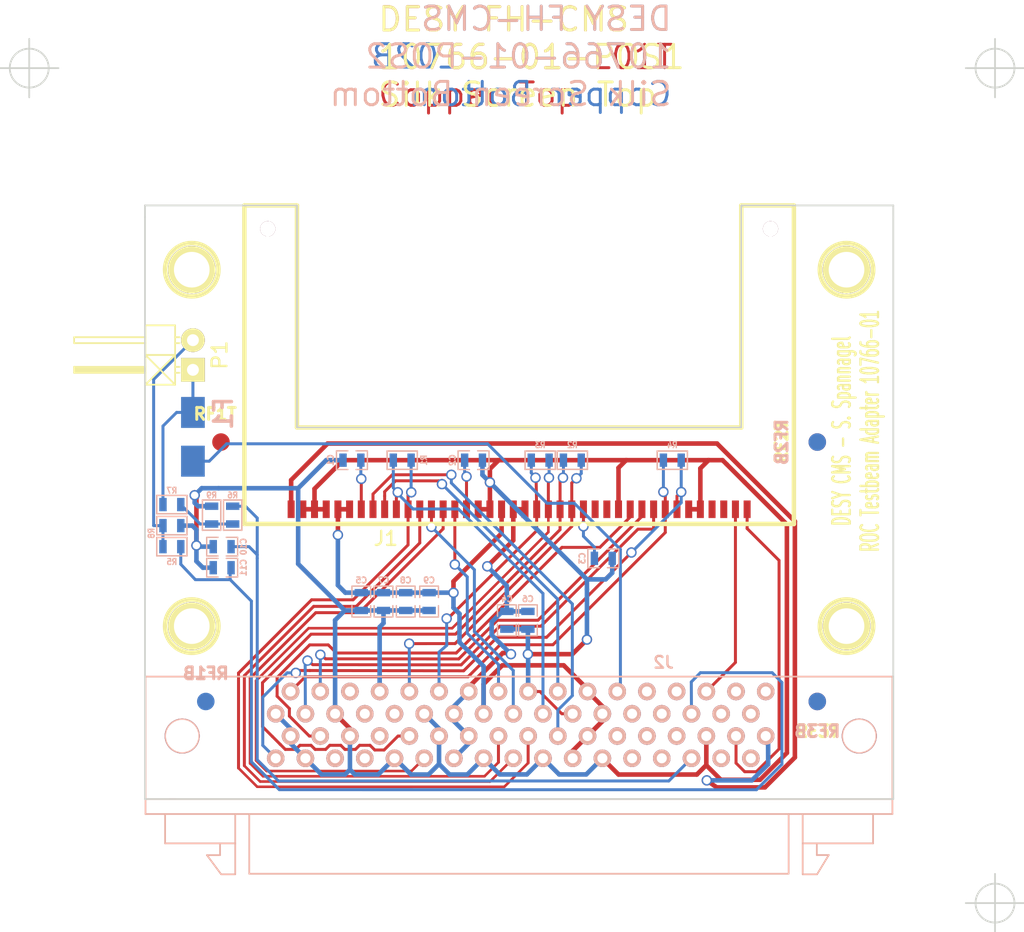
<source format=kicad_pcb>
(kicad_pcb (version 4) (host pcbnew "(2014-10-13 BZR 5177)-product")

  (general
    (links 95)
    (no_connects 4)
    (area 74.6 50.425 162.2 130.2)
    (thickness 1.6)
    (drawings 29)
    (tracks 473)
    (zones 0)
    (modules 34)
    (nets 58)
  )

  (page A4)
  (title_block
    (title "CMS ROC Testbeam Adapter")
    (date "Mi 08 Okt 2014")
    (rev 01)
    (company DESY)
  )

  (layers
    (0 F.Cu signal)
    (31 B.Cu signal)
    (32 B.Adhes user hide)
    (33 F.Adhes user hide)
    (34 B.Paste user)
    (35 F.Paste user)
    (36 B.SilkS user)
    (37 F.SilkS user)
    (38 B.Mask user)
    (39 F.Mask user)
    (40 Dwgs.User user)
    (41 Cmts.User user hide)
    (42 Eco1.User user hide)
    (43 Eco2.User user hide)
    (44 Edge.Cuts user)
  )

  (setup
    (last_trace_width 0.22)
    (user_trace_width 0.22)
    (user_trace_width 0.254)
    (user_trace_width 0.391)
    (trace_clearance 0.22)
    (zone_clearance 0.508)
    (zone_45_only yes)
    (trace_min 0.22)
    (segment_width 0.2)
    (edge_width 0.15)
    (via_size 0.889)
    (via_drill 0.635)
    (via_min_size 0.889)
    (via_min_drill 0.508)
    (uvia_size 0.508)
    (uvia_drill 0.127)
    (uvias_allowed no)
    (uvia_min_size 0.508)
    (uvia_min_drill 0.127)
    (pcb_text_width 0.3)
    (pcb_text_size 1 1)
    (mod_edge_width 0.15)
    (mod_text_size 1 1)
    (mod_text_width 0.15)
    (pad_size 1.5 1.5)
    (pad_drill 0)
    (pad_to_mask_clearance 0.07)
    (solder_mask_min_width 0.07)
    (aux_axis_origin 87 119)
    (grid_origin 87 119)
    (visible_elements FFFFFF7F)
    (pcbplotparams
      (layerselection 0x001fc_80000001)
      (usegerberextensions false)
      (excludeedgelayer true)
      (linewidth 0.150000)
      (plotframeref true)
      (viasonmask false)
      (mode 1)
      (useauxorigin false)
      (hpglpennumber 1)
      (hpglpenspeed 20)
      (hpglpendiameter 15)
      (hpglpenoverlay 2)
      (psnegative false)
      (psa4output false)
      (plotreference true)
      (plotvalue true)
      (plotinvisibletext false)
      (padsonsilk false)
      (subtractmaskfromsilk true)
      (outputformat 1)
      (mirror false)
      (drillshape 0)
      (scaleselection 1)
      (outputdirectory 10766-01-gerber-files/))
  )

  (net 0 "")
  (net 1 GND)
  (net 2 VA)
  (net 3 VD)
  (net 4 AIN1)
  (net 5 AIN0)
  (net 6 AIN2)
  (net 7 RTD-)
  (net 8 "Net-(C1-Pad2)")
  (net 9 "Net-(C2-Pad2)")
  (net 10 "Net-(C3-Pad2)")
  (net 11 RTD+)
  (net 12 "Net-(F1-Pad2)")
  (net 13 HV)
  (net 14 TOUT-)
  (net 15 TOUT+)
  (net 16 I2C_DAT-)
  (net 17 I2C_DAT+)
  (net 18 I2C_A0)
  (net 19 I2C_A1)
  (net 20 I2C_A2)
  (net 21 I2C_A3)
  (net 22 CLK-)
  (net 23 CLK+)
  (net 24 CTR-)
  (net 25 CTR+)
  (net 26 SOUT-)
  (net 27 SOUT+)
  (net 28 RESET)
  (net 29 TIN-)
  (net 30 TIN+)
  (net 31 "Net-(J2-Pad10)")
  (net 32 "Net-(J2-Pad11)")
  (net 33 "Net-(J2-Pad13)")
  (net 34 "Net-(J2-Pad14)")
  (net 35 "Net-(J2-Pad16)")
  (net 36 "Net-(J2-Pad17)")
  (net 37 "Net-(J2-Pad48)")
  (net 38 "Net-(J2-Pad49)")
  (net 39 "Net-(J2-Pad50)")
  (net 40 "Net-(J2-Pad51)")
  (net 41 "Net-(J2-Pad52)")
  (net 42 "Net-(J2-Pad53)")
  (net 43 "Net-(J2-Pad54)")
  (net 44 "Net-(J2-Pad55)")
  (net 45 "Net-(J2-Pad56)")
  (net 46 "Net-(J2-Pad61)")
  (net 47 "Net-(J2-Pad62)")
  (net 48 "Net-(J2-Pad63)")
  (net 49 "Net-(J2-Pad65)")
  (net 50 "Net-(J2-Pad66)")
  (net 51 "Net-(J2-Pad67)")
  (net 52 "Net-(R6-Pad2)")
  (net 53 "Net-(J1-Pad1)")
  (net 54 "Net-(J1-Pad3)")
  (net 55 "Net-(J1-Pad4)")
  (net 56 "Net-(J1-Pad13)")
  (net 57 "Net-(J1-Pad14)")

  (net_class Default "This is the default net class."
    (clearance 0.22)
    (trace_width 0.22)
    (via_dia 0.889)
    (via_drill 0.635)
    (uvia_dia 0.508)
    (uvia_drill 0.127)
    (add_net AIN0)
    (add_net AIN1)
    (add_net AIN2)
    (add_net CLK+)
    (add_net CLK-)
    (add_net CTR+)
    (add_net CTR-)
    (add_net GND)
    (add_net HV)
    (add_net I2C_A0)
    (add_net I2C_A1)
    (add_net I2C_A2)
    (add_net I2C_A3)
    (add_net I2C_DAT+)
    (add_net I2C_DAT-)
    (add_net "Net-(C1-Pad2)")
    (add_net "Net-(C2-Pad2)")
    (add_net "Net-(C3-Pad2)")
    (add_net "Net-(F1-Pad2)")
    (add_net "Net-(J1-Pad1)")
    (add_net "Net-(J1-Pad13)")
    (add_net "Net-(J1-Pad14)")
    (add_net "Net-(J1-Pad3)")
    (add_net "Net-(J1-Pad4)")
    (add_net "Net-(J2-Pad10)")
    (add_net "Net-(J2-Pad11)")
    (add_net "Net-(J2-Pad13)")
    (add_net "Net-(J2-Pad14)")
    (add_net "Net-(J2-Pad16)")
    (add_net "Net-(J2-Pad17)")
    (add_net "Net-(J2-Pad48)")
    (add_net "Net-(J2-Pad49)")
    (add_net "Net-(J2-Pad50)")
    (add_net "Net-(J2-Pad51)")
    (add_net "Net-(J2-Pad52)")
    (add_net "Net-(J2-Pad53)")
    (add_net "Net-(J2-Pad54)")
    (add_net "Net-(J2-Pad55)")
    (add_net "Net-(J2-Pad56)")
    (add_net "Net-(J2-Pad61)")
    (add_net "Net-(J2-Pad62)")
    (add_net "Net-(J2-Pad63)")
    (add_net "Net-(J2-Pad65)")
    (add_net "Net-(J2-Pad66)")
    (add_net "Net-(J2-Pad67)")
    (add_net "Net-(R6-Pad2)")
    (add_net RESET)
    (add_net RTD+)
    (add_net RTD-)
    (add_net SOUT+)
    (add_net SOUT-)
    (add_net TIN+)
    (add_net TIN-)
    (add_net TOUT+)
    (add_net TOUT-)
    (add_net VA)
    (add_net VD)
  )

  (net_class Thick ""
    (clearance 0.391)
    (trace_width 0.391)
    (via_dia 0.889)
    (via_drill 0.635)
    (uvia_dia 0.508)
    (uvia_drill 0.127)
  )

  (module Conn40:40_PIN_EDGE_CONNECTOR_MINI_CARD_BACKSIDE locked (layer B.Cu) (tedit 54351693) (tstamp 5433FD23)
    (at 119 94)
    (descr 40_PIN_EDGE_CONNECTOR_MINI_CARD_BACKSIDE)
    (tags "40 PIN EDGE CONNECTOR MINI CARD")
    (path /542D50A0)
    (fp_text reference J1 (at -11.4 2.5) (layer F.SilkS)
      (effects (font (size 1.19888 1.19888) (thickness 0.20066)))
    )
    (fp_text value CONN_40 (at 0 -28.8925) (layer B.SilkS) hide
      (effects (font (thickness 0.3048)) (justify mirror))
    )
    (fp_line (start 18.9992 -25.99944) (end 23.50008 -25.99944) (layer F.SilkS) (width 0.381))
    (fp_line (start -18.9992 -25.99944) (end -23.50008 -25.99944) (layer F.SilkS) (width 0.381))
    (fp_line (start -18.9992 -7.00024) (end 18.9992 -7.00024) (layer F.SilkS) (width 0.381))
    (fp_line (start 23.50008 1.27076) (end 23.50008 -25.99944) (layer F.SilkS) (width 0.381))
    (fp_line (start 18.9992 -25.99944) (end 18.9992 -7.00024) (layer F.SilkS) (width 0.381))
    (fp_line (start -19.00174 -7.00024) (end -19.00174 -25.99944) (layer F.SilkS) (width 0.381))
    (fp_line (start -23.50008 -25.99944) (end -23.50008 1.27076) (layer F.SilkS) (width 0.381))
    (fp_line (start -23.50008 1.25476) (end 23.50008 1.25476) (layer F.SilkS) (width 0.381))
    (pad 1 smd rect (at 19.49958 0) (size 0.59944 1.50114) (layers F.Cu F.Paste F.Mask)
      (net 53 "Net-(J1-Pad1)"))
    (pad 41 thru_hole circle (at -21.5011 -24.00046) (size 1.30048 1.30048) (drill 1.30048) (layers *.Cu *.Mask B.SilkS))
    (pad 42 thru_hole circle (at 21.49856 -24.00046) (size 1.30048 1.30048) (drill 1.30048) (layers *.Cu *.Mask B.SilkS))
    (pad 2 smd rect (at 18.49882 0) (size 0.59944 1.50114) (layers F.Cu F.Paste F.Mask)
      (net 6 AIN2))
    (pad 3 smd rect (at 17.5006 0) (size 0.59944 1.50114) (layers F.Cu F.Paste F.Mask)
      (net 54 "Net-(J1-Pad3)"))
    (pad 4 smd rect (at 16.49984 0) (size 0.59944 1.50114) (layers F.Cu F.Paste F.Mask)
      (net 55 "Net-(J1-Pad4)"))
    (pad 5 smd rect (at 15.49908 0) (size 0.59944 1.50114) (layers F.Cu F.Paste F.Mask)
      (net 1 GND))
    (pad 6 smd rect (at 14.50086 0) (size 0.59944 1.50114) (layers F.Cu F.Paste F.Mask)
      (net 1 GND))
    (pad 7 smd rect (at 13.5001 0) (size 0.59944 1.50114) (layers F.Cu F.Paste F.Mask)
      (net 30 TIN+))
    (pad 8 smd rect (at 12.49934 0) (size 0.59944 1.50114) (layers F.Cu F.Paste F.Mask)
      (net 29 TIN-))
    (pad 9 smd rect (at 11.50112 0) (size 0.59944 1.50114) (layers F.Cu F.Paste F.Mask)
      (net 28 RESET))
    (pad 10 smd rect (at 10.50036 0) (size 0.59944 1.50114) (layers F.Cu F.Paste F.Mask)
      (net 27 SOUT+))
    (pad 11 smd rect (at 9.4996 0) (size 0.59944 1.50114) (layers F.Cu F.Paste F.Mask)
      (net 26 SOUT-))
    (pad 12 smd rect (at 8.49884 0) (size 0.59944 1.50114) (layers F.Cu F.Paste F.Mask)
      (net 1 GND))
    (pad 13 smd rect (at 7.50062 0) (size 0.59944 1.50114) (layers F.Cu F.Paste F.Mask)
      (net 56 "Net-(J1-Pad13)"))
    (pad 14 smd rect (at 6.49986 0) (size 0.59944 1.50114) (layers F.Cu F.Paste F.Mask)
      (net 57 "Net-(J1-Pad14)"))
    (pad 15 smd rect (at 5.4991 0) (size 0.59944 1.50114) (layers F.Cu F.Paste F.Mask)
      (net 10 "Net-(C3-Pad2)"))
    (pad 16 smd rect (at 4.50088 0) (size 0.59944 1.50114) (layers F.Cu F.Paste F.Mask)
      (net 25 CTR+))
    (pad 17 smd rect (at 3.50012 0) (size 0.59944 1.50114) (layers F.Cu F.Paste F.Mask)
      (net 24 CTR-))
    (pad 18 smd rect (at 2.49936 0) (size 0.59944 1.50114) (layers F.Cu F.Paste F.Mask)
      (net 23 CLK+))
    (pad 19 smd rect (at 1.50114 0) (size 0.59944 1.50114) (layers F.Cu F.Paste F.Mask)
      (net 22 CLK-))
    (pad 20 smd rect (at 0.50038 0) (size 0.59944 1.50114) (layers F.Cu F.Paste F.Mask)
      (net 2 VA))
    (pad 21 smd rect (at -0.50038 0) (size 0.59944 1.50114) (layers F.Cu F.Paste F.Mask)
      (net 2 VA))
    (pad 22 smd rect (at -1.50114 0) (size 0.59944 1.50114) (layers F.Cu F.Paste F.Mask)
      (net 3 VD))
    (pad 23 smd rect (at -2.49936 0) (size 0.59944 1.50114) (layers F.Cu F.Paste F.Mask)
      (net 1 GND))
    (pad 24 smd rect (at -3.50012 0) (size 0.59944 1.50114) (layers F.Cu F.Paste F.Mask)
      (net 1 GND))
    (pad 25 smd rect (at -4.50088 0) (size 0.59944 1.50114) (layers F.Cu F.Paste F.Mask)
      (net 9 "Net-(C2-Pad2)"))
    (pad 26 smd rect (at -5.4991 0) (size 0.59944 1.50114) (layers F.Cu F.Paste F.Mask)
      (net 21 I2C_A3))
    (pad 27 smd rect (at -6.49986 0) (size 0.59944 1.50114) (layers F.Cu F.Paste F.Mask)
      (net 20 I2C_A2))
    (pad 28 smd rect (at -7.50062 0) (size 0.59944 1.50114) (layers F.Cu F.Paste F.Mask)
      (net 19 I2C_A1))
    (pad 29 smd rect (at -8.49884 0) (size 0.59944 1.50114) (layers F.Cu F.Paste F.Mask)
      (net 18 I2C_A0))
    (pad 30 smd rect (at -9.4996 0) (size 0.59944 1.50114) (layers F.Cu F.Paste F.Mask)
      (net 17 I2C_DAT+))
    (pad 31 smd rect (at -10.50036 0) (size 0.59944 1.50114) (layers F.Cu F.Paste F.Mask)
      (net 16 I2C_DAT-))
    (pad 32 smd rect (at -11.50112 0) (size 0.59944 1.50114) (layers F.Cu F.Paste F.Mask)
      (net 15 TOUT+))
    (pad 33 smd rect (at -12.49934 0) (size 0.59944 1.50114) (layers F.Cu F.Paste F.Mask)
      (net 14 TOUT-))
    (pad 34 smd rect (at -13.5001 0) (size 0.59944 1.50114) (layers F.Cu F.Paste F.Mask)
      (net 8 "Net-(C1-Pad2)"))
    (pad 35 smd rect (at -14.50086 0) (size 0.59944 1.50114) (layers F.Cu F.Paste F.Mask)
      (net 3 VD))
    (pad 36 smd rect (at -15.49908 0) (size 0.59944 1.50114) (layers F.Cu F.Paste F.Mask)
      (net 3 VD))
    (pad 37 smd rect (at -16.49984 0) (size 0.59944 1.50114) (layers F.Cu F.Paste F.Mask)
      (net 1 GND))
    (pad 38 smd rect (at -17.5006 0) (size 0.59944 1.50114) (layers F.Cu F.Paste F.Mask)
      (net 1 GND))
    (pad 39 smd rect (at -18.49882 0) (size 0.59944 1.50114) (layers F.Cu F.Paste F.Mask)
      (net 1 GND))
    (pad 40 smd rect (at -19.49958 0) (size 0.59944 1.50114) (layers F.Cu F.Paste F.Mask)
      (net 13 HV))
  )

  (module Connect:1pin (layer F.Cu) (tedit 543506C9) (tstamp 54350569)
    (at 92.2 110.45)
    (descr "module 1 pin (ou trou mecanique de percage)")
    (tags DEV)
    (fp_text reference RF1B (at 0 -2.4) (layer B.SilkS)
      (effects (font (size 1.016 1.016) (thickness 0.254)) (justify mirror))
    )
    (fp_text value P*** (at 0 2.794) (layer F.SilkS) hide
      (effects (font (size 1.016 1.016) (thickness 0.254)))
    )
    (pad 1 smd circle (at 0 0) (size 1.5 1.5) (layers B.Cu B.Paste B.Mask)
      (solder_mask_margin 0.75))
  )

  (module Connect:1pin (layer F.Cu) (tedit 54350550) (tstamp 54350519)
    (at 144.5 110.45)
    (descr "module 1 pin (ou trou mecanique de percage)")
    (tags DEV)
    (fp_text reference RF3B (at 0 2.55) (layer B.SilkS)
      (effects (font (size 1.016 1.016) (thickness 0.254)) (justify mirror))
    )
    (fp_text value P*** (at 0 2.794) (layer F.SilkS) hide
      (effects (font (size 1.016 1.016) (thickness 0.254)))
    )
    (pad 1 smd circle (at 0 0) (size 1.5 1.5) (layers B.Cu B.Paste B.Mask)
      (solder_mask_margin 0.75))
  )

  (module Connect:1pin (layer F.Cu) (tedit 54351637) (tstamp 5435049C)
    (at 144.5 88.25)
    (descr "module 1 pin (ou trou mecanique de percage)")
    (tags DEV)
    (fp_text reference RF2B (at -3.05 0 90) (layer B.SilkS)
      (effects (font (size 1.016 1.016) (thickness 0.254)) (justify mirror))
    )
    (fp_text value P*** (at 0 2.794) (layer F.SilkS) hide
      (effects (font (size 1.016 1.016) (thickness 0.254)))
    )
    (pad 1 smd circle (at 0 0) (size 1.5 1.5) (layers B.Cu B.Paste B.Mask)
      (solder_mask_margin 0.75))
  )

  (module Connect:1pin (layer F.Cu) (tedit 5435045C) (tstamp 543503F6)
    (at 144.5 110.45)
    (descr "module 1 pin (ou trou mecanique de percage)")
    (tags DEV)
    (fp_text reference RF3T (at 0 2.55) (layer F.SilkS)
      (effects (font (size 1.016 1.016) (thickness 0.254)))
    )
    (fp_text value P*** (at 0 2.794) (layer F.SilkS) hide
      (effects (font (size 1.016 1.016) (thickness 0.254)))
    )
    (pad 1 smd circle (at 0 0) (size 1.5 1.5) (layers F.Cu F.Paste F.Mask)
      (solder_mask_margin 0.75))
  )

  (module Connect:1pin (layer F.Cu) (tedit 5435163E) (tstamp 543502D1)
    (at 144.5 88.25)
    (descr "module 1 pin (ou trou mecanique de percage)")
    (tags DEV)
    (fp_text reference RF2T (at -3.05 0 90) (layer F.SilkS)
      (effects (font (size 1.016 1.016) (thickness 0.254)))
    )
    (fp_text value P*** (at 0 2.794) (layer F.SilkS) hide
      (effects (font (size 1.016 1.016) (thickness 0.254)))
    )
    (pad 1 smd circle (at 0 0) (size 1.5 1.5) (layers F.Cu F.Paste F.Mask)
      (solder_mask_margin 0.75))
  )

  (module Connect:1pin (layer F.Cu) (tedit 5435164F) (tstamp 5435023A)
    (at 93.5 88.25)
    (descr "module 1 pin (ou trou mecanique de percage)")
    (tags DEV)
    (solder_mask_margin 3)
    (fp_text reference RF1T (at -0.5 -2.4) (layer F.SilkS)
      (effects (font (size 1.016 1.016) (thickness 0.254)))
    )
    (fp_text value P*** (at 0 2.794) (layer F.SilkS) hide
      (effects (font (size 1.016 1.016) (thickness 0.254)))
    )
    (pad 1 smd circle (at 0 0) (size 1.5 1.5) (layers F.Cu F.Paste F.Mask)
      (solder_mask_margin 0.75))
  )

  (module Fuse_Holders_and_Fuses:Fuse_SMD1206_HandSoldering (layer B.Cu) (tedit 5434E5A3) (tstamp 5433D8D6)
    (at 91.1 87.8 270)
    (descr "Fuse, Sicherung, SMD1206, Littlefuse-Wickmann 433 Series, Hand Soldering,")
    (tags "Fuse, Sicherung, SMD1206,  Littlefuse-Wickmann 433 Series, Hand Soldering,")
    (path /53DF47B7)
    (attr smd)
    (fp_text reference F1 (at -2 -2.6 270) (layer B.SilkS)
      (effects (font (thickness 0.3048)) (justify mirror))
    )
    (fp_text value FUSE (at -0.14986 -2.49936 270) (layer B.SilkS) hide
      (effects (font (thickness 0.3048)) (justify mirror))
    )
    (pad 1 smd rect (at -2.08534 0 180) (size 2.02946 2.65176) (layers B.Cu B.Paste B.Mask)
      (net 11 RTD+))
    (pad 2 smd rect (at 2.08534 0 180) (size 2.02946 2.65176) (layers B.Cu B.Paste B.Mask)
      (net 12 "Net-(F1-Pad2)"))
  )

  (module Adapter:SCSI68 locked (layer B.Cu) (tedit 5434E72F) (tstamp 53DFD7AD)
    (at 118.5 111.5 180)
    (path /53E9F7ED)
    (fp_text reference J2 (at -12.85 4.4 180) (layer B.SilkS)
      (effects (font (size 1 1) (thickness 0.2)) (justify mirror))
    )
    (fp_text value CONN-SCSI68 (at 0 7.62 180) (layer B.SilkS) hide
      (effects (font (size 1 1) (thickness 0.15)) (justify mirror))
    )
    (fp_line (start 26.2 -12.1) (end 25.08 -12.1) (layer B.SilkS) (width 0.15))
    (fp_line (start 24.99 -13.73) (end 26.2 -12.1) (layer B.SilkS) (width 0.15))
    (fp_line (start 29.78 -8.6) (end 29.78 -11.09) (layer B.SilkS) (width 0.15))
    (fp_line (start 23.78 -11.09) (end 29.78 -11.09) (layer B.SilkS) (width 0.15))
    (fp_line (start 23.78 -8.6) (end 23.78 -13.66) (layer B.SilkS) (width 0.15))
    (fp_line (start 23.78 -13.74) (end 24.98 -13.74) (layer B.SilkS) (width 0.15))
    (fp_line (start 25.08 -11.09) (end 25.08 -12.09) (layer B.SilkS) (width 0.15))
    (fp_line (start -25.96 -11.09) (end -25.96 -12.09) (layer B.SilkS) (width 0.15))
    (fp_line (start -25.96 -12.09) (end -26.98 -12.09) (layer B.SilkS) (width 0.15))
    (fp_line (start -26.98 -12.09) (end -25.99 -13.72) (layer B.SilkS) (width 0.15))
    (fp_line (start -30.77 -8.58) (end -30.77 -11.09) (layer B.SilkS) (width 0.15))
    (fp_line (start -30.77 -11.09) (end -24.76 -11.09) (layer B.SilkS) (width 0.15))
    (fp_line (start -24.76 -13.74) (end -25.98 -13.74) (layer B.SilkS) (width 0.15))
    (fp_line (start -24.75 -8.6) (end -24.75 -13.74) (layer B.SilkS) (width 0.15))
    (fp_line (start 31.455 3.2) (end 31.455 -8.58) (layer B.SilkS) (width 0.15))
    (fp_line (start -32.425 -8.56) (end -32.425 3.18) (layer B.SilkS) (width 0.15))
    (fp_line (start 22.58 -13.69) (end 22.58 -8.62) (layer B.SilkS) (width 0.15))
    (fp_line (start -23.55 -13.67) (end -23.55 -8.58) (layer B.SilkS) (width 0.15))
    (fp_line (start -23.55 -13.69) (end 22.58 -13.69) (layer B.SilkS) (width 0.15))
    (fp_line (start -32.425 3.18) (end 31.455 3.18) (layer B.SilkS) (width 0.15))
    (fp_line (start -32.425 -8.58) (end 31.455 -8.58) (layer B.SilkS) (width 0.15))
    (fp_line (start -32.435 -7.31) (end 31.445 -7.31) (layer B.SilkS) (width 0.15))
    (fp_line (start 28.89 -7.31) (end 29.39 -7.31) (layer B.SilkS) (width 0.15))
    (pad 1 thru_hole circle (at 20.32 0 180) (size 1.5 1.5) (drill 0.86) (layers *.Cu *.Mask B.SilkS)
      (net 1 GND))
    (pad 2 thru_hole circle (at 20.32 -3.81 180) (size 1.5 1.5) (drill 0.86) (layers *.Cu *.Mask B.SilkS)
      (net 30 TIN+))
    (pad 3 thru_hole circle (at 19.05 1.905 180) (size 1.5 1.5) (drill 0.86) (layers *.Cu *.Mask B.SilkS)
      (net 29 TIN-))
    (pad 4 thru_hole circle (at 19.05 -1.905 180) (size 1.5 1.5) (drill 0.86) (layers *.Cu *.Mask B.SilkS)
      (net 1 GND))
    (pad 5 thru_hole circle (at 17.78 0 180) (size 1.5 1.5) (drill 0.86) (layers *.Cu *.Mask B.SilkS)
      (net 28 RESET))
    (pad 6 thru_hole circle (at 17.78 -3.81 180) (size 1.5 1.5) (drill 0.86) (layers *.Cu *.Mask B.SilkS)
      (net 1 GND))
    (pad 7 thru_hole circle (at 16.51 1.905 180) (size 1.5 1.5) (drill 0.86) (layers *.Cu *.Mask B.SilkS)
      (net 27 SOUT+))
    (pad 8 thru_hole circle (at 16.51 -1.905 180) (size 1.5 1.5) (drill 0.86) (layers *.Cu *.Mask B.SilkS)
      (net 26 SOUT-))
    (pad 9 thru_hole circle (at 15.24 0 180) (size 1.5 1.5) (drill 0.86) (layers *.Cu *.Mask B.SilkS)
      (net 1 GND))
    (pad 10 thru_hole circle (at 15.24 -3.81 180) (size 1.5 1.5) (drill 0.86) (layers *.Cu *.Mask B.SilkS)
      (net 31 "Net-(J2-Pad10)"))
    (pad 11 thru_hole circle (at 13.97 1.905 180) (size 1.5 1.5) (drill 0.86) (layers *.Cu *.Mask B.SilkS)
      (net 32 "Net-(J2-Pad11)"))
    (pad 12 thru_hole circle (at 13.97 -1.905 180) (size 1.5 1.5) (drill 0.86) (layers *.Cu *.Mask B.SilkS)
      (net 1 GND))
    (pad 13 thru_hole circle (at 12.7 0 180) (size 1.5 1.5) (drill 0.86) (layers *.Cu *.Mask B.SilkS)
      (net 33 "Net-(J2-Pad13)"))
    (pad 14 thru_hole circle (at 12.7 -3.81 180) (size 1.5 1.5) (drill 0.86) (layers *.Cu *.Mask B.SilkS)
      (net 34 "Net-(J2-Pad14)"))
    (pad 15 thru_hole circle (at 11.43 1.905 180) (size 1.5 1.5) (drill 0.86) (layers *.Cu *.Mask B.SilkS)
      (net 1 GND))
    (pad 16 thru_hole circle (at 11.43 -1.905 180) (size 1.5 1.5) (drill 0.86) (layers *.Cu *.Mask B.SilkS)
      (net 35 "Net-(J2-Pad16)"))
    (pad 17 thru_hole circle (at 10.16 0 180) (size 1.5 1.5) (drill 0.86) (layers *.Cu *.Mask B.SilkS)
      (net 36 "Net-(J2-Pad17)"))
    (pad 18 thru_hole circle (at 10.16 -3.81 180) (size 1.5 1.5) (drill 0.86) (layers *.Cu *.Mask B.SilkS)
      (net 1 GND))
    (pad 19 thru_hole circle (at 8.89 1.905 180) (size 1.5 1.5) (drill 0.86) (layers *.Cu *.Mask B.SilkS)
      (net 25 CTR+))
    (pad 20 thru_hole circle (at 8.89 -1.905 180) (size 1.5 1.5) (drill 0.86) (layers *.Cu *.Mask B.SilkS)
      (net 24 CTR-))
    (pad 21 thru_hole circle (at 7.62 0 180) (size 1.5 1.5) (drill 0.86) (layers *.Cu *.Mask B.SilkS)
      (net 1 GND))
    (pad 22 thru_hole circle (at 7.62 -3.81 180) (size 1.5 1.5) (drill 0.86) (layers *.Cu *.Mask B.SilkS)
      (net 23 CLK+))
    (pad 23 thru_hole circle (at 6.35 1.905 180) (size 1.5 1.5) (drill 0.86) (layers *.Cu *.Mask B.SilkS)
      (net 22 CLK-))
    (pad 24 thru_hole circle (at 6.35 -1.905 180) (size 1.5 1.5) (drill 0.86) (layers *.Cu *.Mask B.SilkS)
      (net 1 GND))
    (pad 25 thru_hole circle (at 5.08 0 180) (size 1.5 1.5) (drill 0.86) (layers *.Cu *.Mask B.SilkS)
      (net 2 VA))
    (pad 26 thru_hole circle (at 5.08 -3.81 180) (size 1.5 1.5) (drill 0.86) (layers *.Cu *.Mask B.SilkS)
      (net 2 VA))
    (pad 27 thru_hole circle (at 3.81 1.905 180) (size 1.5 1.5) (drill 0.86) (layers *.Cu *.Mask B.SilkS)
      (net 2 VA))
    (pad 28 thru_hole circle (at 3.81 -1.905 180) (size 1.5 1.5) (drill 0.86) (layers *.Cu *.Mask B.SilkS)
      (net 2 VA))
    (pad 29 thru_hole circle (at 2.54 0 180) (size 1.5 1.5) (drill 0.86) (layers *.Cu *.Mask B.SilkS)
      (net 3 VD))
    (pad 30 thru_hole circle (at 2.54 -3.81 180) (size 1.5 1.5) (drill 0.86) (layers *.Cu *.Mask B.SilkS)
      (net 1 GND))
    (pad 31 thru_hole circle (at 1.27 1.905 180) (size 1.5 1.5) (drill 0.86) (layers *.Cu *.Mask B.SilkS)
      (net 21 I2C_A3))
    (pad 32 thru_hole circle (at 1.27 -1.905 180) (size 1.5 1.5) (drill 0.86) (layers *.Cu *.Mask B.SilkS)
      (net 20 I2C_A2))
    (pad 33 thru_hole circle (at 0 0 180) (size 1.5 1.5) (drill 0.86) (layers *.Cu *.Mask B.SilkS)
      (net 19 I2C_A1))
    (pad 34 thru_hole circle (at 0 -3.81 180) (size 1.5 1.5) (drill 0.86) (layers *.Cu *.Mask B.SilkS)
      (net 18 I2C_A0))
    (pad 35 thru_hole circle (at -1.27 1.905 180) (size 1.5 1.5) (drill 0.86) (layers *.Cu *.Mask B.SilkS)
      (net 1 GND))
    (pad 36 thru_hole circle (at -1.27 -1.905 180) (size 1.5 1.5) (drill 0.86) (layers *.Cu *.Mask B.SilkS)
      (net 17 I2C_DAT+))
    (pad 37 thru_hole circle (at -2.54 0 180) (size 1.5 1.5) (drill 0.86) (layers *.Cu *.Mask B.SilkS)
      (net 16 I2C_DAT-))
    (pad 38 thru_hole circle (at -2.54 -3.81 180) (size 1.5 1.5) (drill 0.86) (layers *.Cu *.Mask B.SilkS)
      (net 1 GND))
    (pad 39 thru_hole circle (at -3.81 1.905 180) (size 1.5 1.5) (drill 0.86) (layers *.Cu *.Mask B.SilkS)
      (net 15 TOUT+))
    (pad 40 thru_hole circle (at -3.81 -1.905 180) (size 1.5 1.5) (drill 0.86) (layers *.Cu *.Mask B.SilkS)
      (net 14 TOUT-))
    (pad 41 thru_hole circle (at -5.08 0 180) (size 1.5 1.5) (drill 0.86) (layers *.Cu *.Mask B.SilkS)
      (net 1 GND))
    (pad 42 thru_hole circle (at -5.08 -3.81 180) (size 1.5 1.5) (drill 0.86) (layers *.Cu *.Mask B.SilkS)
      (net 3 VD))
    (pad 43 thru_hole circle (at -6.35 1.905 180) (size 1.5 1.5) (drill 0.86) (layers *.Cu *.Mask B.SilkS)
      (net 3 VD))
    (pad 44 thru_hole circle (at -6.35 -1.905 180) (size 1.5 1.5) (drill 0.86) (layers *.Cu *.Mask B.SilkS)
      (net 3 VD))
    (pad 45 thru_hole circle (at -7.62 0 180) (size 1.5 1.5) (drill 0.86) (layers *.Cu *.Mask B.SilkS)
      (net 3 VD))
    (pad 46 thru_hole circle (at -7.62 -3.81 180) (size 1.5 1.5) (drill 0.86) (layers *.Cu *.Mask B.SilkS)
      (net 1 GND))
    (pad 47 thru_hole circle (at -8.89 1.905 180) (size 1.5 1.5) (drill 0.86) (layers *.Cu *.Mask B.SilkS)
      (net 12 "Net-(F1-Pad2)"))
    (pad 48 thru_hole circle (at -8.89 -1.905 180) (size 1.5 1.5) (drill 0.86) (layers *.Cu *.Mask B.SilkS)
      (net 37 "Net-(J2-Pad48)"))
    (pad 49 thru_hole circle (at -10.16 0 180) (size 1.5 1.5) (drill 0.86) (layers *.Cu *.Mask B.SilkS)
      (net 38 "Net-(J2-Pad49)"))
    (pad 50 thru_hole circle (at -10.16 -3.81 180) (size 1.5 1.5) (drill 0.86) (layers *.Cu *.Mask B.SilkS)
      (net 39 "Net-(J2-Pad50)"))
    (pad 51 thru_hole circle (at -11.43 1.905 180) (size 1.5 1.5) (drill 0.86) (layers *.Cu *.Mask B.SilkS)
      (net 40 "Net-(J2-Pad51)"))
    (pad 52 thru_hole circle (at -11.43 -1.905 180) (size 1.5 1.5) (drill 0.86) (layers *.Cu *.Mask B.SilkS)
      (net 41 "Net-(J2-Pad52)"))
    (pad 53 thru_hole circle (at -12.7 0 180) (size 1.5 1.5) (drill 0.86) (layers *.Cu *.Mask B.SilkS)
      (net 42 "Net-(J2-Pad53)"))
    (pad 54 thru_hole circle (at -12.7 -3.81 180) (size 1.5 1.5) (drill 0.86) (layers *.Cu *.Mask B.SilkS)
      (net 43 "Net-(J2-Pad54)"))
    (pad 55 thru_hole circle (at -13.97 1.905 180) (size 1.5 1.5) (drill 0.86) (layers *.Cu *.Mask B.SilkS)
      (net 44 "Net-(J2-Pad55)"))
    (pad 56 thru_hole circle (at -13.97 -1.905 180) (size 1.5 1.5) (drill 0.86) (layers *.Cu *.Mask B.SilkS)
      (net 45 "Net-(J2-Pad56)"))
    (pad 57 thru_hole circle (at -15.24 0 180) (size 1.5 1.5) (drill 0.86) (layers *.Cu *.Mask B.SilkS)
      (net 5 AIN0))
    (pad 58 thru_hole circle (at -15.24 -3.81 180) (size 1.5 1.5) (drill 0.86) (layers *.Cu *.Mask B.SilkS)
      (net 4 AIN1))
    (pad 59 thru_hole circle (at -16.51 1.905 180) (size 1.5 1.5) (drill 0.86) (layers *.Cu *.Mask B.SilkS)
      (net 6 AIN2))
    (pad 60 thru_hole circle (at -16.51 -1.905 180) (size 1.5 1.5) (drill 0.86) (layers *.Cu *.Mask B.SilkS)
      (net 1 GND))
    (pad 61 thru_hole circle (at -17.78 0 180) (size 1.5 1.5) (drill 0.86) (layers *.Cu *.Mask B.SilkS)
      (net 46 "Net-(J2-Pad61)"))
    (pad 62 thru_hole circle (at -17.78 -3.81 180) (size 1.5 1.5) (drill 0.86) (layers *.Cu *.Mask B.SilkS)
      (net 47 "Net-(J2-Pad62)"))
    (pad 63 thru_hole circle (at -19.05 1.905 180) (size 1.5 1.5) (drill 0.86) (layers *.Cu *.Mask B.SilkS)
      (net 48 "Net-(J2-Pad63)"))
    (pad 64 thru_hole circle (at -19.05 -1.905 180) (size 1.5 1.5) (drill 0.86) (layers *.Cu *.Mask B.SilkS)
      (net 53 "Net-(J1-Pad1)"))
    (pad 65 thru_hole circle (at -20.32 0 180) (size 1.5 1.5) (drill 0.86) (layers *.Cu *.Mask B.SilkS)
      (net 49 "Net-(J2-Pad65)"))
    (pad 66 thru_hole circle (at -20.32 -3.81 180) (size 1.5 1.5) (drill 0.86) (layers *.Cu *.Mask B.SilkS)
      (net 50 "Net-(J2-Pad66)"))
    (pad 67 thru_hole circle (at -21.59 1.905 180) (size 1.5 1.5) (drill 0.86) (layers *.Cu *.Mask B.SilkS)
      (net 51 "Net-(J2-Pad67)"))
    (pad 68 thru_hole circle (at -21.59 -1.905 180) (size 1.5 1.5) (drill 0.86) (layers *.Cu *.Mask B.SilkS)
      (net 13 HV))
    (pad 71 thru_hole circle (at -29.59 -1.905 180) (size 3 3) (drill 2.77) (layers *.Cu *.Mask B.SilkS))
    (pad 72 thru_hole circle (at 28.32 -1.905 180) (size 3 3) (drill 2.77) (layers *.Cu *.Mask B.SilkS))
  )

  (module Connect:1pin locked (layer F.Cu) (tedit 5433D06D) (tstamp 53EA2078)
    (at 91 73.5)
    (descr "module 1 pin (ou trou mecanique de percage)")
    (tags DEV)
    (fp_text reference 1PIN (at 0 -3.048) (layer F.SilkS) hide
      (effects (font (size 1.016 1.016) (thickness 0.254)))
    )
    (fp_text value P*** (at 0 2.794) (layer F.SilkS) hide
      (effects (font (size 1.016 1.016) (thickness 0.254)))
    )
    (fp_circle (center 0 0) (end 0 -2.286) (layer F.SilkS) (width 0.381))
    (pad 1 thru_hole circle (at 0 0) (size 4.064 4.064) (drill 3.048) (layers *.Cu *.Mask F.SilkS))
  )

  (module Connect:1pin locked (layer F.Cu) (tedit 5433D076) (tstamp 53EA2071)
    (at 147 73.5)
    (descr "module 1 pin (ou trou mecanique de percage)")
    (tags DEV)
    (fp_text reference 2PIN (at 0 -3.048) (layer F.SilkS) hide
      (effects (font (size 1.016 1.016) (thickness 0.254)))
    )
    (fp_text value P*** (at 0 2.794) (layer F.SilkS) hide
      (effects (font (size 1.016 1.016) (thickness 0.254)))
    )
    (fp_circle (center 0 0) (end 0 -2.286) (layer F.SilkS) (width 0.381))
    (pad 1 thru_hole circle (at 0 0) (size 4.064 4.064) (drill 3.048) (layers *.Cu *.Mask F.SilkS))
  )

  (module Connect:1pin locked (layer F.Cu) (tedit 5433D067) (tstamp 53EA206A)
    (at 91 104)
    (descr "module 1 pin (ou trou mecanique de percage)")
    (tags DEV)
    (fp_text reference 4PIN (at 0 -3.048) (layer F.SilkS) hide
      (effects (font (size 1.016 1.016) (thickness 0.254)))
    )
    (fp_text value P*** (at 0 2.794) (layer F.SilkS) hide
      (effects (font (size 1.016 1.016) (thickness 0.254)))
    )
    (fp_circle (center 0 0) (end 0 -2.286) (layer F.SilkS) (width 0.381))
    (pad 1 thru_hole circle (at 0 0) (size 4.064 4.064) (drill 3.048) (layers *.Cu *.Mask F.SilkS))
  )

  (module Connect:1pin locked (layer F.Cu) (tedit 5433D07A) (tstamp 53EA2063)
    (at 147 104)
    (descr "module 1 pin (ou trou mecanique de percage)")
    (tags DEV)
    (fp_text reference 3PIN (at 0 -3.048) (layer F.SilkS) hide
      (effects (font (size 1.016 1.016) (thickness 0.254)))
    )
    (fp_text value P*** (at 0 2.794) (layer F.SilkS) hide
      (effects (font (size 1.016 1.016) (thickness 0.254)))
    )
    (fp_circle (center 0 0) (end 0 -2.286) (layer F.SilkS) (width 0.381))
    (pad 1 thru_hole circle (at 0 0) (size 4.064 4.064) (drill 3.048) (layers *.Cu *.Mask F.SilkS))
  )

  (module SMD0603-new:SM0603 placed (layer B.Cu) (tedit 54351894) (tstamp 53EA22BB)
    (at 89.3 95.4)
    (path /53D8A6FB)
    (attr smd)
    (fp_text reference R8 (at -1.75 0.65 90) (layer B.SilkS)
      (effects (font (size 0.508 0.4572) (thickness 0.1143)) (justify mirror))
    )
    (fp_text value "10k 0.1%" (at 0 0) (layer B.SilkS) hide
      (effects (font (size 0.508 0.4572) (thickness 0.1143)) (justify mirror))
    )
    (fp_line (start -1.293 0.785) (end 1.293 0.785) (layer B.SilkS) (width 0.127))
    (fp_line (start 1.293 0.785) (end 1.293 -0.785) (layer B.SilkS) (width 0.127))
    (fp_line (start 1.293 -0.785) (end -1.293 -0.785) (layer B.SilkS) (width 0.127))
    (fp_line (start -1.293 -0.785) (end -1.293 0.785) (layer B.SilkS) (width 0.127))
    (pad 1 smd rect (at -0.762 0) (size 0.635 1.143) (layers B.Cu B.Paste B.Mask)
      (net 7 RTD-))
    (pad 2 smd rect (at 0.762 0) (size 0.635 1.143) (layers B.Cu B.Paste B.Mask)
      (net 1 GND))
    (model smd\resistors\R0603.wrl
      (at (xyz 0 0 0.001))
      (scale (xyz 0.5 0.5 0.5))
      (rotate (xyz 0 0 0))
    )
  )

  (module SMD0603-new:SM0603 placed (layer B.Cu) (tedit 543518B2) (tstamp 53EA22DC)
    (at 89.3 97.2 180)
    (path /53D8A20F)
    (attr smd)
    (fp_text reference R5 (at 0 -1.3 180) (layer B.SilkS)
      (effects (font (size 0.508 0.4572) (thickness 0.1143)) (justify mirror))
    )
    (fp_text value "10k 5%" (at 0 0 180) (layer B.SilkS) hide
      (effects (font (size 0.508 0.4572) (thickness 0.1143)) (justify mirror))
    )
    (fp_line (start -1.293 0.785) (end 1.293 0.785) (layer B.SilkS) (width 0.127))
    (fp_line (start 1.293 0.785) (end 1.293 -0.785) (layer B.SilkS) (width 0.127))
    (fp_line (start 1.293 -0.785) (end -1.293 -0.785) (layer B.SilkS) (width 0.127))
    (fp_line (start -1.293 -0.785) (end -1.293 0.785) (layer B.SilkS) (width 0.127))
    (pad 1 smd rect (at -0.762 0 180) (size 0.635 1.143) (layers B.Cu B.Paste B.Mask)
      (net 5 AIN0))
    (pad 2 smd rect (at 0.762 0 180) (size 0.635 1.143) (layers B.Cu B.Paste B.Mask)
      (net 7 RTD-))
    (model smd\resistors\R0603.wrl
      (at (xyz 0 0 0.001))
      (scale (xyz 0.5 0.5 0.5))
      (rotate (xyz 0 0 0))
    )
  )

  (module SMD0603-new:SM0603 placed (layer B.Cu) (tedit 543518C7) (tstamp 53EA22B0)
    (at 92.7 94.5 90)
    (path /53D8A710)
    (attr smd)
    (fp_text reference R9 (at 1.7 0 180) (layer B.SilkS)
      (effects (font (size 0.508 0.4572) (thickness 0.1143)) (justify mirror))
    )
    (fp_text value "10k 0.1%" (at 0 0 90) (layer B.SilkS) hide
      (effects (font (size 0.508 0.4572) (thickness 0.1143)) (justify mirror))
    )
    (fp_line (start -1.293 0.785) (end 1.293 0.785) (layer B.SilkS) (width 0.127))
    (fp_line (start 1.293 0.785) (end 1.293 -0.785) (layer B.SilkS) (width 0.127))
    (fp_line (start 1.293 -0.785) (end -1.293 -0.785) (layer B.SilkS) (width 0.127))
    (fp_line (start -1.293 -0.785) (end -1.293 0.785) (layer B.SilkS) (width 0.127))
    (pad 1 smd rect (at -0.762 0 90) (size 0.635 1.143) (layers B.Cu B.Paste B.Mask)
      (net 52 "Net-(R6-Pad2)"))
    (pad 2 smd rect (at 0.762 0 90) (size 0.635 1.143) (layers B.Cu B.Paste B.Mask)
      (net 1 GND))
    (model smd\resistors\R0603.wrl
      (at (xyz 0 0 0.001))
      (scale (xyz 0.5 0.5 0.5))
      (rotate (xyz 0 0 0))
    )
  )

  (module SMD0603-new:SM0603 placed (layer B.Cu) (tedit 543518D5) (tstamp 53EA22D1)
    (at 94.5 94.5 270)
    (path /53D8A244)
    (attr smd)
    (fp_text reference R6 (at -1.7 0 360) (layer B.SilkS)
      (effects (font (size 0.508 0.4572) (thickness 0.1143)) (justify mirror))
    )
    (fp_text value "10k 5%" (at 0 0 270) (layer B.SilkS) hide
      (effects (font (size 0.508 0.4572) (thickness 0.1143)) (justify mirror))
    )
    (fp_line (start -1.293 0.785) (end 1.293 0.785) (layer B.SilkS) (width 0.127))
    (fp_line (start 1.293 0.785) (end 1.293 -0.785) (layer B.SilkS) (width 0.127))
    (fp_line (start 1.293 -0.785) (end -1.293 -0.785) (layer B.SilkS) (width 0.127))
    (fp_line (start -1.293 -0.785) (end -1.293 0.785) (layer B.SilkS) (width 0.127))
    (pad 1 smd rect (at -0.762 0 270) (size 0.635 1.143) (layers B.Cu B.Paste B.Mask)
      (net 4 AIN1))
    (pad 2 smd rect (at 0.762 0 270) (size 0.635 1.143) (layers B.Cu B.Paste B.Mask)
      (net 52 "Net-(R6-Pad2)"))
    (model smd\resistors\R0603.wrl
      (at (xyz 0 0 0.001))
      (scale (xyz 0.5 0.5 0.5))
      (rotate (xyz 0 0 0))
    )
  )

  (module SMD0603-new:SM0603 placed (layer B.Cu) (tedit 543518F1) (tstamp 53EA22F2)
    (at 120.8 89.8 180)
    (path /5391E300)
    (attr smd)
    (fp_text reference R3 (at 0 1.3 180) (layer B.SilkS)
      (effects (font (size 0.508 0.4572) (thickness 0.1143)) (justify mirror))
    )
    (fp_text value 100R (at 0 0 180) (layer B.SilkS) hide
      (effects (font (size 0.508 0.4572) (thickness 0.1143)) (justify mirror))
    )
    (fp_line (start -1.293 0.785) (end 1.293 0.785) (layer B.SilkS) (width 0.127))
    (fp_line (start 1.293 0.785) (end 1.293 -0.785) (layer B.SilkS) (width 0.127))
    (fp_line (start 1.293 -0.785) (end -1.293 -0.785) (layer B.SilkS) (width 0.127))
    (fp_line (start -1.293 -0.785) (end -1.293 0.785) (layer B.SilkS) (width 0.127))
    (pad 1 smd rect (at -0.762 0 180) (size 0.635 1.143) (layers B.Cu B.Paste B.Mask)
      (net 23 CLK+))
    (pad 2 smd rect (at 0.762 0 180) (size 0.635 1.143) (layers B.Cu B.Paste B.Mask)
      (net 22 CLK-))
    (model smd\resistors\R0603.wrl
      (at (xyz 0 0 0.001))
      (scale (xyz 0.5 0.5 0.5))
      (rotate (xyz 0 0 0))
    )
  )

  (module SMD0603-new:SM0603 placed (layer B.Cu) (tedit 54351900) (tstamp 53EA22FD)
    (at 123.55 89.8 180)
    (path /5391E39C)
    (attr smd)
    (fp_text reference R2 (at 0 1.3 180) (layer B.SilkS)
      (effects (font (size 0.508 0.4572) (thickness 0.1143)) (justify mirror))
    )
    (fp_text value 100R (at 0 0 180) (layer B.SilkS) hide
      (effects (font (size 0.508 0.4572) (thickness 0.1143)) (justify mirror))
    )
    (fp_line (start -1.293 0.785) (end 1.293 0.785) (layer B.SilkS) (width 0.127))
    (fp_line (start 1.293 0.785) (end 1.293 -0.785) (layer B.SilkS) (width 0.127))
    (fp_line (start 1.293 -0.785) (end -1.293 -0.785) (layer B.SilkS) (width 0.127))
    (fp_line (start -1.293 -0.785) (end -1.293 0.785) (layer B.SilkS) (width 0.127))
    (pad 1 smd rect (at -0.762 0 180) (size 0.635 1.143) (layers B.Cu B.Paste B.Mask)
      (net 25 CTR+))
    (pad 2 smd rect (at 0.762 0 180) (size 0.635 1.143) (layers B.Cu B.Paste B.Mask)
      (net 24 CTR-))
    (model smd\resistors\R0603.wrl
      (at (xyz 0 0 0.001))
      (scale (xyz 0.5 0.5 0.5))
      (rotate (xyz 0 0 0))
    )
  )

  (module SMD0603-new:SM0603 placed (layer B.Cu) (tedit 54351912) (tstamp 53EA22E7)
    (at 132.1 89.8 180)
    (path /5391E4B4)
    (attr smd)
    (fp_text reference R4 (at 0 1.3 180) (layer B.SilkS)
      (effects (font (size 0.508 0.4572) (thickness 0.1143)) (justify mirror))
    )
    (fp_text value 100R (at 0 0 180) (layer B.SilkS) hide
      (effects (font (size 0.508 0.4572) (thickness 0.1143)) (justify mirror))
    )
    (fp_line (start -1.293 0.785) (end 1.293 0.785) (layer B.SilkS) (width 0.127))
    (fp_line (start 1.293 0.785) (end 1.293 -0.785) (layer B.SilkS) (width 0.127))
    (fp_line (start 1.293 -0.785) (end -1.293 -0.785) (layer B.SilkS) (width 0.127))
    (fp_line (start -1.293 -0.785) (end -1.293 0.785) (layer B.SilkS) (width 0.127))
    (pad 1 smd rect (at -0.762 0 180) (size 0.635 1.143) (layers B.Cu B.Paste B.Mask)
      (net 30 TIN+))
    (pad 2 smd rect (at 0.762 0 180) (size 0.635 1.143) (layers B.Cu B.Paste B.Mask)
      (net 29 TIN-))
    (model smd\resistors\R0603.wrl
      (at (xyz 0 0 0.001))
      (scale (xyz 0.5 0.5 0.5))
      (rotate (xyz 0 0 0))
    )
  )

  (module SMD0603-new:SM0603_Capa placed (layer B.Cu) (tedit 54351A08) (tstamp 53EA233C)
    (at 109.3 101.9 270)
    (path /5391DD75)
    (attr smd)
    (fp_text reference C8 (at -1.825 0 360) (layer B.SilkS)
      (effects (font (size 0.5 0.5) (thickness 0.1243)) (justify mirror))
    )
    (fp_text value 100nF (at 1.85 0 360) (layer B.SilkS) hide
      (effects (font (size 0.508 0.4572) (thickness 0.1143)) (justify mirror))
    )
    (fp_line (start 0.35038 -0.80024) (end 1.31888 -0.80024) (layer B.SilkS) (width 0.11938))
    (fp_line (start -0.35038 -0.80024) (end -1.31888 -0.80024) (layer B.SilkS) (width 0.11938))
    (fp_line (start 0.35038 0.80024) (end 1.31888 0.80024) (layer B.SilkS) (width 0.11938))
    (fp_line (start -1.31888 0.80024) (end -0.35038 0.80024) (layer B.SilkS) (width 0.11938))
    (fp_line (start 1.32388 0.785) (end 1.32388 -0.785) (layer B.SilkS) (width 0.11938))
    (fp_line (start -1.32388 -0.785) (end -1.32388 0.785) (layer B.SilkS) (width 0.11938))
    (pad 1 smd rect (at -0.762 0 270) (size 0.635 1.143) (layers B.Cu B.Paste B.Mask)
      (net 3 VD))
    (pad 2 smd rect (at 0.762 0 270) (size 0.635 1.143) (layers B.Cu B.Paste B.Mask)
      (net 1 GND))
    (model smd\capacitors\C0603.wrl
      (at (xyz 0 0 0.001))
      (scale (xyz 0.5 0.5 0.5))
      (rotate (xyz 0 0 0))
    )
  )

  (module SMD0603-new:SM0603_Capa placed (layer B.Cu) (tedit 54351A08) (tstamp 53EA2363)
    (at 105.5 101.9 270)
    (path /5391DD61)
    (attr smd)
    (fp_text reference C5 (at -1.825 0 360) (layer B.SilkS)
      (effects (font (size 0.5 0.5) (thickness 0.1243)) (justify mirror))
    )
    (fp_text value 100nF (at 1.85 0 360) (layer B.SilkS) hide
      (effects (font (size 0.508 0.4572) (thickness 0.1143)) (justify mirror))
    )
    (fp_line (start 0.35038 -0.80024) (end 1.31888 -0.80024) (layer B.SilkS) (width 0.11938))
    (fp_line (start -0.35038 -0.80024) (end -1.31888 -0.80024) (layer B.SilkS) (width 0.11938))
    (fp_line (start 0.35038 0.80024) (end 1.31888 0.80024) (layer B.SilkS) (width 0.11938))
    (fp_line (start -1.31888 0.80024) (end -0.35038 0.80024) (layer B.SilkS) (width 0.11938))
    (fp_line (start 1.32388 0.785) (end 1.32388 -0.785) (layer B.SilkS) (width 0.11938))
    (fp_line (start -1.32388 -0.785) (end -1.32388 0.785) (layer B.SilkS) (width 0.11938))
    (pad 1 smd rect (at -0.762 0 270) (size 0.635 1.143) (layers B.Cu B.Paste B.Mask)
      (net 3 VD))
    (pad 2 smd rect (at 0.762 0 270) (size 0.635 1.143) (layers B.Cu B.Paste B.Mask)
      (net 1 GND))
    (model smd\capacitors\C0603.wrl
      (at (xyz 0 0 0.001))
      (scale (xyz 0.5 0.5 0.5))
      (rotate (xyz 0 0 0))
    )
  )

  (module SMD0603-new:SM0603_Capa placed (layer B.Cu) (tedit 54351A08) (tstamp 53EA232F)
    (at 111.3 101.9 270)
    (path /5391DD79)
    (attr smd)
    (fp_text reference C9 (at -1.825 0 360) (layer B.SilkS)
      (effects (font (size 0.5 0.5) (thickness 0.1243)) (justify mirror))
    )
    (fp_text value 1uF (at 1.85 0 360) (layer B.SilkS) hide
      (effects (font (size 0.508 0.4572) (thickness 0.1143)) (justify mirror))
    )
    (fp_line (start 0.35038 -0.80024) (end 1.31888 -0.80024) (layer B.SilkS) (width 0.11938))
    (fp_line (start -0.35038 -0.80024) (end -1.31888 -0.80024) (layer B.SilkS) (width 0.11938))
    (fp_line (start 0.35038 0.80024) (end 1.31888 0.80024) (layer B.SilkS) (width 0.11938))
    (fp_line (start -1.31888 0.80024) (end -0.35038 0.80024) (layer B.SilkS) (width 0.11938))
    (fp_line (start 1.32388 0.785) (end 1.32388 -0.785) (layer B.SilkS) (width 0.11938))
    (fp_line (start -1.32388 -0.785) (end -1.32388 0.785) (layer B.SilkS) (width 0.11938))
    (pad 1 smd rect (at -0.762 0 270) (size 0.635 1.143) (layers B.Cu B.Paste B.Mask)
      (net 3 VD))
    (pad 2 smd rect (at 0.762 0 270) (size 0.635 1.143) (layers B.Cu B.Paste B.Mask)
      (net 1 GND))
    (model smd\capacitors\C0603.wrl
      (at (xyz 0 0 0.001))
      (scale (xyz 0.5 0.5 0.5))
      (rotate (xyz 0 0 0))
    )
  )

  (module SMD0603-new:SM0603_Capa placed (layer B.Cu) (tedit 54351A08) (tstamp 53EA2370)
    (at 117.95 103.5 270)
    (path /5391DE4B)
    (attr smd)
    (fp_text reference C4 (at -1.825 0 360) (layer B.SilkS)
      (effects (font (size 0.5 0.5) (thickness 0.1243)) (justify mirror))
    )
    (fp_text value 100nF (at 1.85 0 360) (layer B.SilkS) hide
      (effects (font (size 0.508 0.4572) (thickness 0.1143)) (justify mirror))
    )
    (fp_line (start 0.35038 -0.80024) (end 1.31888 -0.80024) (layer B.SilkS) (width 0.11938))
    (fp_line (start -0.35038 -0.80024) (end -1.31888 -0.80024) (layer B.SilkS) (width 0.11938))
    (fp_line (start 0.35038 0.80024) (end 1.31888 0.80024) (layer B.SilkS) (width 0.11938))
    (fp_line (start -1.31888 0.80024) (end -0.35038 0.80024) (layer B.SilkS) (width 0.11938))
    (fp_line (start 1.32388 0.785) (end 1.32388 -0.785) (layer B.SilkS) (width 0.11938))
    (fp_line (start -1.32388 -0.785) (end -1.32388 0.785) (layer B.SilkS) (width 0.11938))
    (pad 1 smd rect (at -0.762 0 270) (size 0.635 1.143) (layers B.Cu B.Paste B.Mask)
      (net 2 VA))
    (pad 2 smd rect (at 0.762 0 270) (size 0.635 1.143) (layers B.Cu B.Paste B.Mask)
      (net 1 GND))
    (model smd\capacitors\C0603.wrl
      (at (xyz 0 0 0.001))
      (scale (xyz 0.5 0.5 0.5))
      (rotate (xyz 0 0 0))
    )
  )

  (module SMD0603-new:SM0603_Capa placed (layer B.Cu) (tedit 54351A08) (tstamp 53EA2356)
    (at 119.75 103.5 270)
    (path /5391DE88)
    (attr smd)
    (fp_text reference C6 (at -1.825 0 360) (layer B.SilkS)
      (effects (font (size 0.5 0.5) (thickness 0.1243)) (justify mirror))
    )
    (fp_text value 1uF (at 1.85 0 360) (layer B.SilkS) hide
      (effects (font (size 0.508 0.4572) (thickness 0.1143)) (justify mirror))
    )
    (fp_line (start 0.35038 -0.80024) (end 1.31888 -0.80024) (layer B.SilkS) (width 0.11938))
    (fp_line (start -0.35038 -0.80024) (end -1.31888 -0.80024) (layer B.SilkS) (width 0.11938))
    (fp_line (start 0.35038 0.80024) (end 1.31888 0.80024) (layer B.SilkS) (width 0.11938))
    (fp_line (start -1.31888 0.80024) (end -0.35038 0.80024) (layer B.SilkS) (width 0.11938))
    (fp_line (start 1.32388 0.785) (end 1.32388 -0.785) (layer B.SilkS) (width 0.11938))
    (fp_line (start -1.32388 -0.785) (end -1.32388 0.785) (layer B.SilkS) (width 0.11938))
    (pad 1 smd rect (at -0.762 0 270) (size 0.635 1.143) (layers B.Cu B.Paste B.Mask)
      (net 2 VA))
    (pad 2 smd rect (at 0.762 0 270) (size 0.635 1.143) (layers B.Cu B.Paste B.Mask)
      (net 1 GND))
    (model smd\capacitors\C0603.wrl
      (at (xyz 0 0 0.001))
      (scale (xyz 0.5 0.5 0.5))
      (rotate (xyz 0 0 0))
    )
  )

  (module SMD0603-new:SM0603_Capa placed (layer B.Cu) (tedit 54351B13) (tstamp 53EA237D)
    (at 126.2 98.2 180)
    (path /5391E40D)
    (attr smd)
    (fp_text reference C3 (at 1.8 0 450) (layer B.SilkS)
      (effects (font (size 0.5 0.5) (thickness 0.1243)) (justify mirror))
    )
    (fp_text value 100nF (at 1.85 0 270) (layer B.SilkS) hide
      (effects (font (size 0.508 0.4572) (thickness 0.1143)) (justify mirror))
    )
    (fp_line (start 0.35038 -0.80024) (end 1.31888 -0.80024) (layer B.SilkS) (width 0.11938))
    (fp_line (start -0.35038 -0.80024) (end -1.31888 -0.80024) (layer B.SilkS) (width 0.11938))
    (fp_line (start 0.35038 0.80024) (end 1.31888 0.80024) (layer B.SilkS) (width 0.11938))
    (fp_line (start -1.31888 0.80024) (end -0.35038 0.80024) (layer B.SilkS) (width 0.11938))
    (fp_line (start 1.32388 0.785) (end 1.32388 -0.785) (layer B.SilkS) (width 0.11938))
    (fp_line (start -1.32388 -0.785) (end -1.32388 0.785) (layer B.SilkS) (width 0.11938))
    (pad 1 smd rect (at -0.762 0 180) (size 0.635 1.143) (layers B.Cu B.Paste B.Mask)
      (net 1 GND))
    (pad 2 smd rect (at 0.762 0 180) (size 0.635 1.143) (layers B.Cu B.Paste B.Mask)
      (net 10 "Net-(C3-Pad2)"))
    (model smd\capacitors\C0603.wrl
      (at (xyz 0 0 0.001))
      (scale (xyz 0.5 0.5 0.5))
      (rotate (xyz 0 0 0))
    )
  )

  (module SMD0603-new:SM0603_Capa placed (layer B.Cu) (tedit 54351B29) (tstamp 53EA238A)
    (at 115.1 89.8 180)
    (path /5391E24E)
    (attr smd)
    (fp_text reference C2 (at 1.8 0 450) (layer B.SilkS)
      (effects (font (size 0.5 0.5) (thickness 0.1243)) (justify mirror))
    )
    (fp_text value 100nF (at 1.85 0 270) (layer B.SilkS) hide
      (effects (font (size 0.508 0.4572) (thickness 0.1143)) (justify mirror))
    )
    (fp_line (start 0.35038 -0.80024) (end 1.31888 -0.80024) (layer B.SilkS) (width 0.11938))
    (fp_line (start -0.35038 -0.80024) (end -1.31888 -0.80024) (layer B.SilkS) (width 0.11938))
    (fp_line (start 0.35038 0.80024) (end 1.31888 0.80024) (layer B.SilkS) (width 0.11938))
    (fp_line (start -1.31888 0.80024) (end -0.35038 0.80024) (layer B.SilkS) (width 0.11938))
    (fp_line (start 1.32388 0.785) (end 1.32388 -0.785) (layer B.SilkS) (width 0.11938))
    (fp_line (start -1.32388 -0.785) (end -1.32388 0.785) (layer B.SilkS) (width 0.11938))
    (pad 1 smd rect (at -0.762 0 180) (size 0.635 1.143) (layers B.Cu B.Paste B.Mask)
      (net 1 GND))
    (pad 2 smd rect (at 0.762 0 180) (size 0.635 1.143) (layers B.Cu B.Paste B.Mask)
      (net 9 "Net-(C2-Pad2)"))
    (model smd\capacitors\C0603.wrl
      (at (xyz 0 0 0.001))
      (scale (xyz 0.5 0.5 0.5))
      (rotate (xyz 0 0 0))
    )
  )

  (module SMD0603-new:SM0603 placed (layer B.Cu) (tedit 54351B44) (tstamp 53EA2308)
    (at 109 89.8 180)
    (path /5391E1C7)
    (attr smd)
    (fp_text reference R1 (at -1.85 0 270) (layer B.SilkS)
      (effects (font (size 0.508 0.4572) (thickness 0.1143)) (justify mirror))
    )
    (fp_text value 100R (at 0 0 180) (layer B.SilkS) hide
      (effects (font (size 0.508 0.4572) (thickness 0.1143)) (justify mirror))
    )
    (fp_line (start -1.293 0.785) (end 1.293 0.785) (layer B.SilkS) (width 0.127))
    (fp_line (start 1.293 0.785) (end 1.293 -0.785) (layer B.SilkS) (width 0.127))
    (fp_line (start 1.293 -0.785) (end -1.293 -0.785) (layer B.SilkS) (width 0.127))
    (fp_line (start -1.293 -0.785) (end -1.293 0.785) (layer B.SilkS) (width 0.127))
    (pad 1 smd rect (at -0.762 0 180) (size 0.635 1.143) (layers B.Cu B.Paste B.Mask)
      (net 17 I2C_DAT+))
    (pad 2 smd rect (at 0.762 0 180) (size 0.635 1.143) (layers B.Cu B.Paste B.Mask)
      (net 16 I2C_DAT-))
    (model smd\resistors\R0603.wrl
      (at (xyz 0 0 0.001))
      (scale (xyz 0.5 0.5 0.5))
      (rotate (xyz 0 0 0))
    )
  )

  (module SMD0603-new:SM0603_Capa placed (layer B.Cu) (tedit 54351A08) (tstamp 542D62CA)
    (at 104.7 89.8)
    (path /5391DEE8)
    (attr smd)
    (fp_text reference C1 (at -1.825 0 90) (layer B.SilkS)
      (effects (font (size 0.5 0.5) (thickness 0.1243)) (justify mirror))
    )
    (fp_text value 100nF (at 1.85 0 90) (layer B.SilkS) hide
      (effects (font (size 0.508 0.4572) (thickness 0.1143)) (justify mirror))
    )
    (fp_line (start 0.35038 -0.80024) (end 1.31888 -0.80024) (layer B.SilkS) (width 0.11938))
    (fp_line (start -0.35038 -0.80024) (end -1.31888 -0.80024) (layer B.SilkS) (width 0.11938))
    (fp_line (start 0.35038 0.80024) (end 1.31888 0.80024) (layer B.SilkS) (width 0.11938))
    (fp_line (start -1.31888 0.80024) (end -0.35038 0.80024) (layer B.SilkS) (width 0.11938))
    (fp_line (start 1.32388 0.785) (end 1.32388 -0.785) (layer B.SilkS) (width 0.11938))
    (fp_line (start -1.32388 -0.785) (end -1.32388 0.785) (layer B.SilkS) (width 0.11938))
    (pad 1 smd rect (at -0.762 0) (size 0.635 1.143) (layers B.Cu B.Paste B.Mask)
      (net 1 GND))
    (pad 2 smd rect (at 0.762 0) (size 0.635 1.143) (layers B.Cu B.Paste B.Mask)
      (net 8 "Net-(C1-Pad2)"))
    (model smd\capacitors\C0603.wrl
      (at (xyz 0 0 0.001))
      (scale (xyz 0.5 0.5 0.5))
      (rotate (xyz 0 0 0))
    )
  )

  (module SMD0603-new:SM0603_Capa placed (layer B.Cu) (tedit 54351A08) (tstamp 5434E64E)
    (at 93.6 97.2 180)
    (path /53D8A1B7)
    (attr smd)
    (fp_text reference C10 (at -1.825 0 270) (layer B.SilkS)
      (effects (font (size 0.5 0.5) (thickness 0.1243)) (justify mirror))
    )
    (fp_text value 100n (at 1.85 0 270) (layer B.SilkS) hide
      (effects (font (size 0.508 0.4572) (thickness 0.1143)) (justify mirror))
    )
    (fp_line (start 0.35038 -0.80024) (end 1.31888 -0.80024) (layer B.SilkS) (width 0.11938))
    (fp_line (start -0.35038 -0.80024) (end -1.31888 -0.80024) (layer B.SilkS) (width 0.11938))
    (fp_line (start 0.35038 0.80024) (end 1.31888 0.80024) (layer B.SilkS) (width 0.11938))
    (fp_line (start -1.31888 0.80024) (end -0.35038 0.80024) (layer B.SilkS) (width 0.11938))
    (fp_line (start 1.32388 0.785) (end 1.32388 -0.785) (layer B.SilkS) (width 0.11938))
    (fp_line (start -1.32388 -0.785) (end -1.32388 0.785) (layer B.SilkS) (width 0.11938))
    (pad 1 smd rect (at -0.762 0 180) (size 0.635 1.143) (layers B.Cu B.Paste B.Mask)
      (net 4 AIN1))
    (pad 2 smd rect (at 0.762 0 180) (size 0.635 1.143) (layers B.Cu B.Paste B.Mask)
      (net 1 GND))
    (model smd\capacitors\C0603.wrl
      (at (xyz 0 0 0.001))
      (scale (xyz 0.5 0.5 0.5))
      (rotate (xyz 0 0 0))
    )
  )

  (module SMD0603-new:SM0603_Capa placed (layer B.Cu) (tedit 54351A08) (tstamp 53EA2315)
    (at 93.6 99 180)
    (path /53D8A1DA)
    (attr smd)
    (fp_text reference C11 (at -1.825 0 270) (layer B.SilkS)
      (effects (font (size 0.5 0.5) (thickness 0.1243)) (justify mirror))
    )
    (fp_text value 100n (at 1.85 0 270) (layer B.SilkS) hide
      (effects (font (size 0.508 0.4572) (thickness 0.1143)) (justify mirror))
    )
    (fp_line (start 0.35038 -0.80024) (end 1.31888 -0.80024) (layer B.SilkS) (width 0.11938))
    (fp_line (start -0.35038 -0.80024) (end -1.31888 -0.80024) (layer B.SilkS) (width 0.11938))
    (fp_line (start 0.35038 0.80024) (end 1.31888 0.80024) (layer B.SilkS) (width 0.11938))
    (fp_line (start -1.31888 0.80024) (end -0.35038 0.80024) (layer B.SilkS) (width 0.11938))
    (fp_line (start 1.32388 0.785) (end 1.32388 -0.785) (layer B.SilkS) (width 0.11938))
    (fp_line (start -1.32388 -0.785) (end -1.32388 0.785) (layer B.SilkS) (width 0.11938))
    (pad 1 smd rect (at -0.762 0 180) (size 0.635 1.143) (layers B.Cu B.Paste B.Mask)
      (net 5 AIN0))
    (pad 2 smd rect (at 0.762 0 180) (size 0.635 1.143) (layers B.Cu B.Paste B.Mask)
      (net 1 GND))
    (model smd\capacitors\C0603.wrl
      (at (xyz 0 0 0.001))
      (scale (xyz 0.5 0.5 0.5))
      (rotate (xyz 0 0 0))
    )
  )

  (module Pin_Headers:Pin_Header_Angled_1x02 (layer F.Cu) (tedit 54351C3B) (tstamp 5433D8EC)
    (at 91.1 80.8 90)
    (descr "Through hole pin header")
    (tags "pin header")
    (path /5406D80B)
    (fp_text reference P1 (at 0 2.286 90) (layer F.SilkS)
      (effects (font (size 1.27 1.27) (thickness 0.2032)))
    )
    (fp_text value CONN_2 (at 0 0 90) (layer F.SilkS) hide
      (effects (font (size 1.27 1.27) (thickness 0.2032)))
    )
    (fp_line (start 0 -4.064) (end -2.54 -1.524) (layer F.SilkS) (width 0.15))
    (fp_line (start -2.54 -4.064) (end 0 -1.524) (layer F.SilkS) (width 0.15))
    (fp_line (start -1.397 -4.191) (end -1.397 -10.033) (layer F.SilkS) (width 0.15))
    (fp_line (start -1.397 -10.033) (end -1.143 -10.033) (layer F.SilkS) (width 0.15))
    (fp_line (start -1.143 -10.033) (end -1.143 -4.191) (layer F.SilkS) (width 0.15))
    (fp_line (start -1.143 -4.191) (end -1.27 -4.191) (layer F.SilkS) (width 0.15))
    (fp_line (start -1.27 -4.191) (end -1.27 -10.033) (layer F.SilkS) (width 0.15))
    (fp_line (start -1.524 -1.524) (end -1.524 -1.143) (layer F.SilkS) (width 0.15))
    (fp_line (start -1.016 -1.524) (end -1.016 -1.143) (layer F.SilkS) (width 0.15))
    (fp_line (start 1.016 -1.524) (end 1.016 -1.143) (layer F.SilkS) (width 0.15))
    (fp_line (start 1.524 -1.524) (end 1.524 -1.143) (layer F.SilkS) (width 0.15))
    (fp_line (start -2.54 -1.524) (end -2.54 -4.064) (layer F.SilkS) (width 0.15))
    (fp_line (start 0 -1.524) (end 0 -4.064) (layer F.SilkS) (width 0.15))
    (fp_line (start 0 -1.524) (end 2.54 -1.524) (layer F.SilkS) (width 0.15))
    (fp_line (start 2.54 -1.524) (end 2.54 -4.064) (layer F.SilkS) (width 0.15))
    (fp_line (start 1.016 -4.064) (end 1.016 -10.16) (layer F.SilkS) (width 0.15))
    (fp_line (start 1.016 -10.16) (end 1.524 -10.16) (layer F.SilkS) (width 0.15))
    (fp_line (start 1.524 -10.16) (end 1.524 -4.064) (layer F.SilkS) (width 0.15))
    (fp_line (start 2.54 -4.064) (end 0 -4.064) (layer F.SilkS) (width 0.15))
    (fp_line (start 0 -4.064) (end -2.54 -4.064) (layer F.SilkS) (width 0.15))
    (fp_line (start -1.016 -10.16) (end -1.016 -4.064) (layer F.SilkS) (width 0.15))
    (fp_line (start -1.524 -10.16) (end -1.016 -10.16) (layer F.SilkS) (width 0.15))
    (fp_line (start -1.524 -4.064) (end -1.524 -10.16) (layer F.SilkS) (width 0.15))
    (fp_line (start 0 -1.524) (end 0 -4.064) (layer F.SilkS) (width 0.15))
    (fp_line (start -2.54 -1.524) (end 0 -1.524) (layer F.SilkS) (width 0.15))
    (pad 1 thru_hole rect (at -1.27 0 90) (size 2.032 2.032) (drill 1.016) (layers *.Cu *.Mask F.SilkS)
      (net 11 RTD+))
    (pad 2 thru_hole oval (at 1.27 0 90) (size 2.032 2.032) (drill 1.016) (layers *.Cu *.Mask F.SilkS)
      (net 7 RTD-))
    (model Pin_Headers/Pin_Header_Angled_1x02.wrl
      (at (xyz 0 0 0))
      (scale (xyz 1 1 1))
      (rotate (xyz 0 0 0))
    )
  )

  (module SMD0603-new:SM0603_Capa placed (layer B.Cu) (tedit 54351A08) (tstamp 53EA2349)
    (at 107.4 101.9 270)
    (path /5391DD72)
    (attr smd)
    (fp_text reference C7 (at -1.825 0 360) (layer B.SilkS)
      (effects (font (size 0.5 0.5) (thickness 0.1243)) (justify mirror))
    )
    (fp_text value 1uF (at 1.85 0 360) (layer B.SilkS) hide
      (effects (font (size 0.508 0.4572) (thickness 0.1143)) (justify mirror))
    )
    (fp_line (start 0.35038 -0.80024) (end 1.31888 -0.80024) (layer B.SilkS) (width 0.11938))
    (fp_line (start -0.35038 -0.80024) (end -1.31888 -0.80024) (layer B.SilkS) (width 0.11938))
    (fp_line (start 0.35038 0.80024) (end 1.31888 0.80024) (layer B.SilkS) (width 0.11938))
    (fp_line (start -1.31888 0.80024) (end -0.35038 0.80024) (layer B.SilkS) (width 0.11938))
    (fp_line (start 1.32388 0.785) (end 1.32388 -0.785) (layer B.SilkS) (width 0.11938))
    (fp_line (start -1.32388 -0.785) (end -1.32388 0.785) (layer B.SilkS) (width 0.11938))
    (pad 1 smd rect (at -0.762 0 270) (size 0.635 1.143) (layers B.Cu B.Paste B.Mask)
      (net 3 VD))
    (pad 2 smd rect (at 0.762 0 270) (size 0.635 1.143) (layers B.Cu B.Paste B.Mask)
      (net 1 GND))
    (model smd\capacitors\C0603.wrl
      (at (xyz 0 0 0.001))
      (scale (xyz 0.5 0.5 0.5))
      (rotate (xyz 0 0 0))
    )
  )

  (module SMD0603-new:SM0603 placed (layer B.Cu) (tedit 543517D8) (tstamp 53EA22C6)
    (at 89.3 93.6)
    (path /53D8A6E6)
    (attr smd)
    (fp_text reference R7 (at 0 -1.2) (layer B.SilkS)
      (effects (font (size 0.508 0.4572) (thickness 0.1143)) (justify mirror))
    )
    (fp_text value "10k 0.1%" (at 0 0) (layer B.SilkS) hide
      (effects (font (size 0.508 0.4572) (thickness 0.1143)) (justify mirror))
    )
    (fp_line (start -1.293 0.785) (end 1.293 0.785) (layer B.SilkS) (width 0.127))
    (fp_line (start 1.293 0.785) (end 1.293 -0.785) (layer B.SilkS) (width 0.127))
    (fp_line (start 1.293 -0.785) (end -1.293 -0.785) (layer B.SilkS) (width 0.127))
    (fp_line (start -1.293 -0.785) (end -1.293 0.785) (layer B.SilkS) (width 0.127))
    (pad 1 smd rect (at -0.762 0) (size 0.635 1.143) (layers B.Cu B.Paste B.Mask)
      (net 11 RTD+))
    (pad 2 smd rect (at 0.762 0) (size 0.635 1.143) (layers B.Cu B.Paste B.Mask)
      (net 52 "Net-(R6-Pad2)"))
    (model smd\resistors\R0603.wrl
      (at (xyz 0 0 0.001))
      (scale (xyz 0.5 0.5 0.5))
      (rotate (xyz 0 0 0))
    )
  )

  (gr_text "DESY FH-CMS\n10766-01-L01T\nCopper Top" (at 106.8 55.3) (layer F.Cu)
    (effects (font (size 2 2) (thickness 0.25)) (justify left))
  )
  (dimension 50.8 (width 0.25) (layer Dwgs.User)
    (gr_text "50,800 mm" (at 84.75 93.7 90) (layer Dwgs.User)
      (effects (font (size 1 1) (thickness 0.25)))
    )
    (feature1 (pts (xy 86.05 68) (xy 86.05 68)))
    (feature2 (pts (xy 86.05 118.8) (xy 86.05 118.8)))
    (crossbar (pts (xy 86.05 118.8) (xy 86.05 68)))
    (arrow1a (pts (xy 86.05 68) (xy 86.636421 69.126504)))
    (arrow1b (pts (xy 86.05 68) (xy 85.463579 69.126504)))
    (arrow2a (pts (xy 86.05 118.8) (xy 86.636421 117.673496)))
    (arrow2b (pts (xy 86.05 118.8) (xy 85.463579 117.673496)))
  )
  (dimension 19 (width 0.25) (layer Dwgs.User)
    (gr_text "19,000 mm" (at 103.4 77.6 90) (layer Dwgs.User)
      (effects (font (size 1 1) (thickness 0.25)))
    )
    (feature1 (pts (xy 102 68) (xy 102 68)))
    (feature2 (pts (xy 102 87) (xy 102 87)))
    (crossbar (pts (xy 102 87) (xy 102 68)))
    (arrow1a (pts (xy 102 68) (xy 102.586421 69.126504)))
    (arrow1b (pts (xy 102 68) (xy 101.413579 69.126504)))
    (arrow2a (pts (xy 102 87) (xy 102.586421 85.873496)))
    (arrow2b (pts (xy 102 87) (xy 101.413579 85.873496)))
  )
  (dimension 37.8 (width 0.25) (layer Dwgs.User)
    (gr_text "37,800 mm" (at 118.95 65.85) (layer Dwgs.User)
      (effects (font (size 1 1) (thickness 0.25)))
    )
    (feature1 (pts (xy 137.9 67.35) (xy 137.9 67.35)))
    (feature2 (pts (xy 100.1 67.35) (xy 100.1 67.35)))
    (crossbar (pts (xy 100.1 67.35) (xy 137.9 67.35)))
    (arrow1a (pts (xy 137.9 67.35) (xy 136.773496 67.936421)))
    (arrow1b (pts (xy 137.9 67.35) (xy 136.773496 66.763579)))
    (arrow2a (pts (xy 100.1 67.35) (xy 101.226504 67.936421)))
    (arrow2b (pts (xy 100.1 67.35) (xy 101.226504 66.763579)))
  )
  (dimension 13.1 (width 0.25) (layer Dwgs.User)
    (gr_text "13,100 mm" (at 93.25 63.9) (layer Dwgs.User)
      (effects (font (size 1 1) (thickness 0.25)))
    )
    (feature1 (pts (xy 100.1 65.3) (xy 100.1 65.3)))
    (feature2 (pts (xy 87 65.3) (xy 87 65.3)))
    (crossbar (pts (xy 87 65.3) (xy 100.1 65.3)))
    (arrow1a (pts (xy 100.1 65.3) (xy 98.973496 65.886421)))
    (arrow1b (pts (xy 100.1 65.3) (xy 98.973496 64.713579)))
    (arrow2a (pts (xy 87 65.3) (xy 88.126504 65.886421)))
    (arrow2b (pts (xy 87 65.3) (xy 88.126504 64.713579)))
  )
  (dimension 13.1 (width 0.25) (layer Dwgs.User)
    (gr_text "13,100 mm" (at 144.8 64.2) (layer Dwgs.User)
      (effects (font (size 1 1) (thickness 0.25)))
    )
    (feature1 (pts (xy 151.1 65.7) (xy 151.1 65.7)))
    (feature2 (pts (xy 138 65.7) (xy 138 65.7)))
    (crossbar (pts (xy 138 65.7) (xy 151.1 65.7)))
    (arrow1a (pts (xy 151.1 65.7) (xy 149.973496 66.286421)))
    (arrow1b (pts (xy 151.1 65.7) (xy 149.973496 65.113579)))
    (arrow2a (pts (xy 138 65.7) (xy 139.126504 66.286421)))
    (arrow2b (pts (xy 138 65.7) (xy 139.126504 65.113579)))
  )
  (dimension 64 (width 0.25) (layer Dwgs.User)
    (gr_text "64,000 mm" (at 118.85 121.1) (layer Dwgs.User)
      (effects (font (size 1 1) (thickness 0.25)))
    )
    (feature1 (pts (xy 151 119.75) (xy 151 119.75)))
    (feature2 (pts (xy 87 119.75) (xy 87 119.75)))
    (crossbar (pts (xy 87 119.75) (xy 151 119.75)))
    (arrow1a (pts (xy 151 119.75) (xy 149.873496 120.336421)))
    (arrow1b (pts (xy 151 119.75) (xy 149.873496 119.163579)))
    (arrow2a (pts (xy 87 119.75) (xy 88.126504 120.336421)))
    (arrow2b (pts (xy 87 119.75) (xy 88.126504 119.163579)))
  )
  (gr_text "DESY FH-CMS\n10766-01-SMD2\nSolder Paste Bottom" (at 132.25 55.25) (layer B.Paste)
    (effects (font (size 2 2) (thickness 0.25)) (justify left mirror))
  )
  (gr_text "DESY FH-CMS\n10766-01-SMD1\nSolder Paste Top" (at 106.8 55.3) (layer F.Paste)
    (effects (font (size 2 2) (thickness 0.25)) (justify left))
  )
  (gr_text "DESY FH-CMS\n10766-01-LSM2\nSolder Resist Bottom" (at 132.2 55.25) (layer B.Mask)
    (effects (font (size 2 2) (thickness 0.25)) (justify left mirror))
  )
  (gr_text "DESY FH-CMS\n10766-01-LSM1\nSolder Resist Top" (at 106.8 55.3) (layer F.Mask)
    (effects (font (size 2 2) (thickness 0.25)) (justify left))
  )
  (gr_text "DESY FH-CMS\n10766-01-POS2\nSilk Screen Bottom" (at 132.2 55.25) (layer B.SilkS)
    (effects (font (size 2 2) (thickness 0.25)) (justify left mirror))
  )
  (gr_text "DESY FH-CMS\n10766-01-BOHR\nDrill Map" (at 106.8 55.3) (layer Dwgs.User)
    (effects (font (size 2 2) (thickness 0.25)) (justify left))
  )
  (gr_text "DESY FH-CMS\n10766-01-L02B\nCopper Bottom" (at 132.2 55.25) (layer B.Cu)
    (effects (font (size 2 2) (thickness 0.25)) (justify left mirror))
  )
  (gr_text "DESY FH-CMS\n10766-01-POS1\nSilk Screen Top" (at 106.8 55.3) (layer F.SilkS)
    (effects (font (size 2 2) (thickness 0.25)) (justify left))
  )
  (target plus (at 77.1 56.25) (size 5) (width 0.15) (layer Edge.Cuts))
  (target plus (at 159.7 127.7) (size 5) (width 0.15) (layer Edge.Cuts))
  (target plus (at 159.7 56.25) (size 5) (width 0.15) (layer Edge.Cuts))
  (gr_text "DESY CMS - S. Spannagel\nROC Testbeam Adapter 10766-01" (at 147.8 87.3 90) (layer F.SilkS)
    (effects (font (size 1.5 0.8) (thickness 0.2)))
  )
  (gr_line (start 87 69) (end 87 68) (angle 90) (layer Edge.Cuts) (width 0.15))
  (gr_line (start 151 69) (end 151 68) (angle 90) (layer Edge.Cuts) (width 0.15))
  (gr_line (start 151 69) (end 151 118.8) (angle 90) (layer Edge.Cuts) (width 0.15))
  (gr_line (start 138 68) (end 151 68) (angle 90) (layer Edge.Cuts) (width 0.15))
  (gr_line (start 138 87) (end 138 68) (angle 90) (layer Edge.Cuts) (width 0.15))
  (gr_line (start 100 87) (end 138 87) (angle 90) (layer Edge.Cuts) (width 0.15))
  (gr_line (start 100 68) (end 100 87) (angle 90) (layer Edge.Cuts) (width 0.15))
  (gr_line (start 87 68) (end 100 68) (angle 90) (layer Edge.Cuts) (width 0.15))
  (gr_line (start 87 118.8) (end 87 69) (angle 90) (layer Edge.Cuts) (width 0.15))
  (gr_line (start 87 118.8) (end 151 118.8) (angle 90) (layer Edge.Cuts) (width 0.15))

  (segment (start 124.8 100) (end 126.4 100) (width 0.391) (layer B.Cu) (net 1))
  (segment (start 126.962 99.438) (end 126.962 98.2) (width 0.391) (layer B.Cu) (net 1) (tstamp 5434E8B9))
  (segment (start 126.4 100) (end 126.962 99.438) (width 0.391) (layer B.Cu) (net 1) (tstamp 5434E8B8))
  (segment (start 124.8 100.85) (end 124.8 100) (width 0.391) (layer B.Cu) (net 1))
  (segment (start 117.05 92.25) (end 123.4 98.6) (width 0.391) (layer B.Cu) (net 1) (tstamp 5434E8B1))
  (segment (start 123.4 98.6) (end 124.8 100) (width 0.391) (layer B.Cu) (net 1) (tstamp 5434E8B2))
  (segment (start 117.05 92.25) (end 116.5 91.7) (width 0.391) (layer B.Cu) (net 1))
  (segment (start 115.862 89.8) (end 115.862 91.062) (width 0.391) (layer B.Cu) (net 1))
  (segment (start 115.862 91.062) (end 116.5 91.7) (width 0.391) (layer B.Cu) (net 1) (tstamp 5434E8A9))
  (segment (start 116.5 91.7) (end 116.50064 91.7) (width 0.391) (layer F.Cu) (net 1) (tstamp 5434E8AB))
  (via (at 116.5 91.7) (size 0.889) (layers F.Cu B.Cu) (net 1))
  (segment (start 91.25 92.8) (end 91.25 93.45) (width 0.391) (layer B.Cu) (net 1))
  (segment (start 91.538 93.738) (end 92.7 93.738) (width 0.391) (layer B.Cu) (net 1) (tstamp 5434E69B))
  (segment (start 91.25 93.45) (end 91.538 93.738) (width 0.391) (layer B.Cu) (net 1) (tstamp 5434E69A))
  (segment (start 116.50064 94) (end 116.50064 91.7) (width 0.391) (layer F.Cu) (net 1))
  (segment (start 116.50064 91.7) (end 116.50064 90.54936) (width 0.391) (layer F.Cu) (net 1) (tstamp 5434E8AE))
  (segment (start 116.50064 90.54936) (end 117.25 89.8) (width 0.391) (layer F.Cu) (net 1) (tstamp 5433EF54))
  (segment (start 127.49884 94) (end 127.49884 90.45116) (width 0.391) (layer F.Cu) (net 1))
  (segment (start 127.49884 90.45116) (end 128.15 89.8) (width 0.391) (layer F.Cu) (net 1) (tstamp 5433EF45))
  (segment (start 134.49908 94) (end 134.49908 90.50092) (width 0.391) (layer F.Cu) (net 1))
  (segment (start 134.49908 90.50092) (end 135.2 89.8) (width 0.391) (layer F.Cu) (net 1) (tstamp 5433EF3B))
  (segment (start 101.4994 94) (end 101.4994 92.2506) (width 0.391) (layer F.Cu) (net 1))
  (segment (start 101.4994 92.2506) (end 103.95 89.8) (width 0.391) (layer F.Cu) (net 1) (tstamp 5433EF1D))
  (segment (start 103.95 89.8) (end 117.25 89.8) (width 0.391) (layer F.Cu) (net 1) (tstamp 5433EF27))
  (segment (start 136.4 89.8) (end 136.75 90.15) (width 0.391) (layer F.Cu) (net 1) (tstamp 5433EF2C))
  (segment (start 117.25 89.8) (end 128.15 89.8) (width 0.391) (layer F.Cu) (net 1) (tstamp 5433EF5C))
  (segment (start 128.15 89.8) (end 135.2 89.8) (width 0.391) (layer F.Cu) (net 1) (tstamp 5433EF4D))
  (segment (start 135.2 89.8) (end 136.4 89.8) (width 0.391) (layer F.Cu) (net 1) (tstamp 5433EF42))
  (segment (start 119.75 104.262) (end 119.75 106.4) (width 0.391) (layer B.Cu) (net 1))
  (segment (start 119.77 109.595) (end 119.77 106.42) (width 0.391) (layer B.Cu) (net 1))
  (segment (start 119.77 106.42) (end 119.75 106.4) (width 0.391) (layer B.Cu) (net 1) (tstamp 5433EE31))
  (segment (start 100.50118 94) (end 101.4994 94) (width 0.391) (layer F.Cu) (net 1))
  (segment (start 101.4994 94) (end 102.50016 94) (width 0.391) (layer F.Cu) (net 1))
  (segment (start 136.75 90.15) (end 138.3 91.7) (width 0.391) (layer F.Cu) (net 1) (tstamp 5433EF15))
  (segment (start 135.01 115.91) (end 136.25 117.15) (width 0.391) (layer F.Cu) (net 1) (tstamp 5433E2B2))
  (segment (start 136.25 117.15) (end 139.6 117.15) (width 0.391) (layer F.Cu) (net 1) (tstamp 5433E2B5))
  (segment (start 139.6 117.15) (end 141.9 114.85) (width 0.391) (layer F.Cu) (net 1) (tstamp 5433E2B8))
  (segment (start 141.9 114.85) (end 141.9 95.3) (width 0.391) (layer F.Cu) (net 1) (tstamp 5433E2C0))
  (segment (start 141.9 95.3) (end 138.3 91.7) (width 0.391) (layer F.Cu) (net 1) (tstamp 5433E2C5))
  (segment (start 135.01 115.89) (end 135.01 115.91) (width 0.391) (layer F.Cu) (net 1) (tstamp 5433E2E9))
  (segment (start 134.2 116.7) (end 135.01 115.89) (width 0.391) (layer F.Cu) (net 1) (tstamp 5433E2E6))
  (segment (start 127.5 116.7) (end 134.2 116.7) (width 0.391) (layer F.Cu) (net 1) (tstamp 5433E2E0))
  (segment (start 126.12 115.32) (end 127.5 116.7) (width 0.391) (layer F.Cu) (net 1) (tstamp 5433E2DD))
  (segment (start 126.12 115.31) (end 126.12 115.32) (width 0.391) (layer F.Cu) (net 1))
  (segment (start 135.01 113.405) (end 135.01 115.89) (width 0.391) (layer F.Cu) (net 1))
  (segment (start 103.938 89.8) (end 102.5 89.8) (width 0.391) (layer B.Cu) (net 1))
  (segment (start 102.5 89.8) (end 100.1 92.2) (width 0.391) (layer B.Cu) (net 1) (tstamp 5433E065))
  (segment (start 124.8 100.85) (end 124.8 105.15) (width 0.391) (layer B.Cu) (net 1) (tstamp 5433DE68))
  (via (at 124.8 105.15) (size 0.889) (layers F.Cu B.Cu) (net 1))
  (segment (start 119.77 109.595) (end 120.545 109.595) (width 0.254) (layer F.Cu) (net 1))
  (segment (start 122.65 111.5) (end 123.58 111.5) (width 0.254) (layer F.Cu) (net 1) (tstamp 5433DDC7))
  (segment (start 121.1 109.95) (end 122.65 111.5) (width 0.254) (layer F.Cu) (net 1) (tstamp 5433DDC4))
  (segment (start 120.799316 109.598582) (end 121.1 109.95) (width 0.254) (layer F.Cu) (net 1) (tstamp 5433DDC0))
  (segment (start 120.545 109.595) (end 120.799316 109.598582) (width 0.254) (layer F.Cu) (net 1) (tstamp 5433DDBD))
  (segment (start 91.4 97.1) (end 91.4 98.45) (width 0.391) (layer B.Cu) (net 1))
  (segment (start 91.95 99) (end 92.838 99) (width 0.391) (layer B.Cu) (net 1) (tstamp 5433DB98))
  (segment (start 91.4 98.45) (end 91.95 99) (width 0.391) (layer B.Cu) (net 1) (tstamp 5433DB95))
  (segment (start 90.062 95.4) (end 91.05 95.4) (width 0.391) (layer B.Cu) (net 1))
  (segment (start 91.4 95.75) (end 91.4 97.1) (width 0.391) (layer B.Cu) (net 1) (tstamp 5433DB92))
  (segment (start 91.05 95.4) (end 91.4 95.75) (width 0.391) (layer B.Cu) (net 1) (tstamp 5433DB91))
  (segment (start 93.3 92.2) (end 91.85 92.2) (width 0.391) (layer B.Cu) (net 1))
  (segment (start 91.5 97.2) (end 92.838 97.2) (width 0.391) (layer B.Cu) (net 1) (tstamp 5433DB73))
  (segment (start 91.4 97.1) (end 91.5 97.2) (width 0.391) (layer B.Cu) (net 1) (tstamp 5433DB72))
  (via (at 91.4 97.1) (size 0.889) (layers F.Cu B.Cu) (net 1))
  (segment (start 91.4 92.95) (end 91.4 97.1) (width 0.391) (layer F.Cu) (net 1) (tstamp 5433DB67))
  (segment (start 91.25 92.8) (end 91.4 92.95) (width 0.391) (layer F.Cu) (net 1) (tstamp 5433DB66))
  (via (at 91.25 92.8) (size 0.889) (layers F.Cu B.Cu) (net 1))
  (segment (start 91.85 92.2) (end 91.25 92.8) (width 0.391) (layer B.Cu) (net 1) (tstamp 5433DB5F))
  (segment (start 100.1 92.2) (end 100.1 98.674) (width 0.391) (layer B.Cu) (net 1))
  (segment (start 104.088 102.662) (end 101.15 99.724) (width 0.391) (layer B.Cu) (net 1) (tstamp 5433D649))
  (segment (start 100.1 98.674) (end 101.15 99.724) (width 0.391) (layer B.Cu) (net 1) (tstamp 5433DB46))
  (segment (start 93.3 92.2) (end 100.1 92.2) (width 0.391) (layer B.Cu) (net 1) (tstamp 5433DB21))
  (segment (start 108.34 115.31) (end 108.36 115.31) (width 0.391) (layer B.Cu) (net 1))
  (segment (start 108.36 115.31) (end 109.75 116.7) (width 0.391) (layer B.Cu) (net 1) (tstamp 5433DA26))
  (segment (start 111.25 116.7) (end 112.15 115.8) (width 0.391) (layer B.Cu) (net 1) (tstamp 5433DA2E))
  (segment (start 109.75 116.7) (end 111.25 116.7) (width 0.391) (layer B.Cu) (net 1) (tstamp 5433DA2A))
  (segment (start 112.15 113.405) (end 112.15 115.8) (width 0.391) (layer B.Cu) (net 1))
  (segment (start 114.57 116.7) (end 115.96 115.31) (width 0.391) (layer B.Cu) (net 1) (tstamp 5433DA21))
  (segment (start 113.05 116.7) (end 114.57 116.7) (width 0.391) (layer B.Cu) (net 1) (tstamp 5433DA1E))
  (segment (start 112.15 115.8) (end 113.05 116.7) (width 0.391) (layer B.Cu) (net 1) (tstamp 5433DA15))
  (segment (start 100.72 115.31) (end 100.72 115.32) (width 0.391) (layer B.Cu) (net 1))
  (segment (start 100.72 115.32) (end 102.1 116.7) (width 0.391) (layer B.Cu) (net 1) (tstamp 5433D9FE))
  (segment (start 104.11 116.7) (end 104.53 116.28) (width 0.391) (layer B.Cu) (net 1) (tstamp 5433DA08))
  (segment (start 102.1 116.7) (end 104.11 116.7) (width 0.391) (layer B.Cu) (net 1) (tstamp 5433DA03))
  (segment (start 104.53 113.405) (end 104.53 116.28) (width 0.391) (layer B.Cu) (net 1))
  (segment (start 106.95 116.7) (end 108.34 115.31) (width 0.391) (layer B.Cu) (net 1) (tstamp 5433D9F7))
  (segment (start 104.95 116.7) (end 106.95 116.7) (width 0.391) (layer B.Cu) (net 1) (tstamp 5433D9F1))
  (segment (start 104.53 116.28) (end 104.95 116.7) (width 0.391) (layer B.Cu) (net 1) (tstamp 5433D9EE))
  (segment (start 107.4 102.662) (end 107.4 103.75) (width 0.391) (layer B.Cu) (net 1))
  (segment (start 107.07 104.08) (end 107.07 109.595) (width 0.391) (layer B.Cu) (net 1) (tstamp 5433D9B7))
  (segment (start 107.4 103.75) (end 107.07 104.08) (width 0.391) (layer B.Cu) (net 1) (tstamp 5433D9B0))
  (segment (start 119.75 109.575) (end 119.77 109.595) (width 0.391) (layer B.Cu) (net 1) (tstamp 5433D74A))
  (segment (start 105.5 102.662) (end 104.088 102.662) (width 0.391) (layer B.Cu) (net 1))
  (segment (start 103.26 111.5) (end 103.26 103.49) (width 0.391) (layer B.Cu) (net 1))
  (segment (start 103.26 103.49) (end 104.088 102.662) (width 0.391) (layer B.Cu) (net 1) (tstamp 5433D5F7))
  (segment (start 105.5 102.662) (end 111.3 102.662) (width 0.391) (layer B.Cu) (net 1))
  (segment (start 117.6 104.262) (end 119.6 104.262) (width 0.391) (layer B.Cu) (net 1))
  (segment (start 115.49988 94) (end 116.50064 94) (width 0.391) (layer F.Cu) (net 1))
  (segment (start 115.4999 94) (end 115.4999 93.434) (width 0.254) (layer F.Cu) (net 1))
  (segment (start 126.12 115.31) (end 124.7386 116.6914) (width 0.391) (layer B.Cu) (net 1))
  (segment (start 124.7386 116.6914) (end 122.4214 116.6914) (width 0.391) (layer B.Cu) (net 1))
  (segment (start 122.4214 116.6914) (end 121.04 115.31) (width 0.391) (layer B.Cu) (net 1))
  (segment (start 104.53 113.405) (end 104.53 112.77) (width 0.254) (layer F.Cu) (net 1))
  (segment (start 104.53 112.77) (end 103.26 111.5) (width 0.391) (layer F.Cu) (net 1))
  (segment (start 115.96 115.31) (end 117.3414 116.6914) (width 0.391) (layer B.Cu) (net 1))
  (segment (start 119.6586 116.6914) (end 121.04 115.31) (width 0.391) (layer B.Cu) (net 1))
  (segment (start 117.3414 116.6914) (end 119.6586 116.6914) (width 0.391) (layer B.Cu) (net 1))
  (segment (start 99.45 113.405) (end 99.45 114.04) (width 0.254) (layer B.Cu) (net 1))
  (segment (start 99.45 114.04) (end 100.72 115.31) (width 0.391) (layer B.Cu) (net 1))
  (segment (start 98.18 111.5) (end 99.45 112.77) (width 0.391) (layer B.Cu) (net 1))
  (segment (start 99.45 112.77) (end 99.45 113.405) (width 0.254) (layer B.Cu) (net 1))
  (segment (start 110.88 111.5) (end 112.15 112.77) (width 0.391) (layer B.Cu) (net 1))
  (segment (start 112.15 112.77) (end 112.15 113.405) (width 0.254) (layer B.Cu) (net 1))
  (segment (start 134.4991 93.5464) (end 134.45 94) (width 0.254) (layer F.Cu) (net 1))
  (segment (start 134.45 94) (end 133.5009 94) (width 0.391) (layer F.Cu) (net 1))
  (segment (start 134.4991 94) (end 134.4991 93.5464) (width 0.254) (layer F.Cu) (net 1))
  (segment (start 123.55 106.4) (end 119.75 106.4) (width 0.391) (layer F.Cu) (net 1) (tstamp 5433DE00))
  (segment (start 124.8 105.15) (end 123.55 106.4) (width 0.391) (layer F.Cu) (net 1) (tstamp 5433DE01))
  (via (at 119.75 106.4) (size 0.889) (layers F.Cu B.Cu) (net 1))
  (segment (start 118.4996 95.1319) (end 118.4996 96.66) (width 0.391) (layer F.Cu) (net 2))
  (segment (start 118.4996 96.66) (end 116.2777 98.8819) (width 0.391) (layer F.Cu) (net 2))
  (segment (start 118.4996 94) (end 118.4996 95.1319) (width 0.391) (layer F.Cu) (net 2))
  (via (at 116.2777 98.8819) (size 0.889) (layers F.Cu B.Cu) (net 2))
  (segment (start 118.49962 94) (end 119.50038 94) (width 0.391) (layer F.Cu) (net 2))
  (segment (start 117.95 102.7) (end 117.95 100.5542) (width 0.391) (layer B.Cu) (net 2))
  (segment (start 117.95 100.5542) (end 116.2777 98.8819) (width 0.391) (layer B.Cu) (net 2))
  (segment (start 117.6 102.6943) (end 117.95 102.7) (width 0.391) (layer B.Cu) (net 2))
  (segment (start 117.6 102.738) (end 119.6 102.738) (width 0.391) (layer B.Cu) (net 2))
  (segment (start 114.69 109.595) (end 114.5 109.4) (width 0.391) (layer F.Cu) (net 2))
  (segment (start 117.6 106.3) (end 118.175 106.3) (width 0.391) (layer F.Cu) (net 2) (tstamp 5434F0AA))
  (segment (start 114.5 109.4) (end 117.6 106.3) (width 0.391) (layer F.Cu) (net 2) (tstamp 5433D6A8))
  (segment (start 118.175 106.3) (end 118.3 106.5489) (width 0.391) (layer F.Cu) (net 2) (tstamp 5433D68F))
  (segment (start 118.3 106.5489) (end 118.3 106.4) (width 0.254) (layer F.Cu) (net 2))
  (segment (start 117.6 102.7161) (end 116.65 103.65) (width 0.391) (layer B.Cu) (net 2))
  (segment (start 116.65 103.65) (end 116.65 104.75) (width 0.391) (layer B.Cu) (net 2))
  (segment (start 116.65 104.75) (end 118.3 106.4) (width 0.391) (layer B.Cu) (net 2))
  (segment (start 117.6 102.7161) (end 117.6 102.6943) (width 0.254) (layer B.Cu) (net 2))
  (segment (start 114.69 109.595) (end 113.42 110.865) (width 0.391) (layer B.Cu) (net 2))
  (segment (start 113.42 110.865) (end 113.42 111.5) (width 0.254) (layer B.Cu) (net 2))
  (segment (start 114.69 113.405) (end 113.42 112.135) (width 0.391) (layer B.Cu) (net 2))
  (segment (start 113.42 112.135) (end 113.42 111.5) (width 0.254) (layer B.Cu) (net 2))
  (segment (start 117.6 102.738) (end 117.6 102.7161) (width 0.254) (layer B.Cu) (net 2))
  (segment (start 114.69 113.405) (end 114.69 114.04) (width 0.254) (layer B.Cu) (net 2))
  (segment (start 114.69 114.04) (end 113.42 115.31) (width 0.391) (layer B.Cu) (net 2))
  (via (at 118.3 106.4) (size 0.889) (layers F.Cu B.Cu) (net 2))
  (segment (start 103.50092 94) (end 104.49914 94) (width 0.391) (layer F.Cu) (net 3))
  (segment (start 105.5 101.138) (end 104.138 101.138) (width 0.391) (layer B.Cu) (net 3))
  (segment (start 103.50092 96.19908) (end 103.50092 94) (width 0.391) (layer F.Cu) (net 3) (tstamp 5433D579))
  (segment (start 103.5 96.2) (end 103.50092 96.19908) (width 0.391) (layer F.Cu) (net 3) (tstamp 5433D578))
  (via (at 103.5 96.2) (size 0.889) (layers F.Cu B.Cu) (net 3))
  (segment (start 103.5 100.5) (end 103.5 96.2) (width 0.391) (layer B.Cu) (net 3) (tstamp 5433D567))
  (segment (start 104.138 101.138) (end 103.5 100.5) (width 0.391) (layer B.Cu) (net 3) (tstamp 5433D564))
  (segment (start 111.3 101.138) (end 105.5 101.138) (width 0.391) (layer B.Cu) (net 3))
  (segment (start 111.3 101.138) (end 113.3767 101.138) (width 0.391) (layer B.Cu) (net 3))
  (segment (start 113.3767 101.138) (end 113.3849 101.1462) (width 0.391) (layer B.Cu) (net 3) (tstamp 5433D55B))
  (segment (start 123.58 115.31) (end 123.58 114.675) (width 0.391) (layer F.Cu) (net 3))
  (segment (start 123.58 114.675) (end 126.12 112.135) (width 0.391) (layer F.Cu) (net 3) (tstamp 5433CEAA))
  (segment (start 126.12 112.135) (end 126.12 111.5) (width 0.391) (layer F.Cu) (net 3) (tstamp 5433CEAE))
  (segment (start 126.12 111.5) (end 126.12 110.865) (width 0.254) (layer F.Cu) (net 3))
  (segment (start 126.12 110.865) (end 124.85 109.595) (width 0.391) (layer F.Cu) (net 3))
  (segment (start 124.85 113.405) (end 126.12 112.135) (width 0.391) (layer F.Cu) (net 3))
  (segment (start 126.12 112.135) (end 126.12 111.5) (width 0.254) (layer F.Cu) (net 3))
  (segment (start 115.96 111.5) (end 115.96 108.9563) (width 0.391) (layer F.Cu) (net 3))
  (segment (start 122.8097 107.3547) (end 125 109.545) (width 0.391) (layer F.Cu) (net 3))
  (segment (start 117.5616 107.3547) (end 122.8097 107.3547) (width 0.391) (layer F.Cu) (net 3))
  (segment (start 115.96 108.9563) (end 117.5616 107.3547) (width 0.391) (layer F.Cu) (net 3))
  (segment (start 115.96 111.5) (end 115.96 107.433698) (width 0.391) (layer B.Cu) (net 3))
  (segment (start 115.96 107.433698) (end 113.9 105.376398) (width 0.391) (layer B.Cu) (net 3))
  (segment (start 113.9 105.376398) (end 113.9 102.9452) (width 0.391) (layer B.Cu) (net 3))
  (segment (start 113.9 102.9452) (end 113.3849 102.4274) (width 0.391) (layer B.Cu) (net 3))
  (segment (start 113.3849 102.4274) (end 113.3849 101.1462) (width 0.391) (layer B.Cu) (net 3))
  (segment (start 113.3849 101.1462) (end 113.3849 100.172) (width 0.391) (layer F.Cu) (net 3))
  (segment (start 113.3849 100.172) (end 117.4989 96.058) (width 0.391) (layer F.Cu) (net 3))
  (segment (start 117.4989 96.058) (end 117.4989 94) (width 0.391) (layer F.Cu) (net 3))
  (segment (start 103.5009 94.1045) (end 103.5009 94) (width 0.254) (layer F.Cu) (net 3))
  (via (at 113.3849 101.1462) (size 0.889) (layers F.Cu B.Cu) (net 3))
  (segment (start 96.6 97.9) (end 95.9 97.2) (width 0.254) (layer B.Cu) (net 4))
  (segment (start 95.9 97.2) (end 94.362 97.2) (width 0.254) (layer B.Cu) (net 4) (tstamp 543BF550))
  (segment (start 94.5 93.738) (end 95.588 93.738) (width 0.254) (layer B.Cu) (net 4))
  (segment (start 131.8 117.25) (end 133.74 115.31) (width 0.254) (layer B.Cu) (net 4) (tstamp 5433DAE3))
  (segment (start 98.41344 117.25) (end 131.8 117.25) (width 0.254) (layer B.Cu) (net 4) (tstamp 5433DAD5))
  (segment (start 96.6 115.43656) (end 98.41344 117.25) (width 0.254) (layer B.Cu) (net 4) (tstamp 5433DACF))
  (segment (start 96.6 94.75) (end 96.6 97.9) (width 0.254) (layer B.Cu) (net 4) (tstamp 5433DAC9))
  (segment (start 96.6 97.9) (end 96.6 98.2) (width 0.254) (layer B.Cu) (net 4) (tstamp 543BF54E))
  (segment (start 96.6 98.2) (end 96.6 115.43656) (width 0.254) (layer B.Cu) (net 4) (tstamp 5433DAFB))
  (segment (start 95.588 93.738) (end 96.6 94.75) (width 0.254) (layer B.Cu) (net 4) (tstamp 5433DAC6))
  (segment (start 94.286891 100.025) (end 94.286891 99.075109) (width 0.254) (layer B.Cu) (net 5))
  (segment (start 94.286891 99.075109) (end 94.362 99) (width 0.254) (layer B.Cu) (net 5) (tstamp 5433DA92))
  (segment (start 90.062 97.2) (end 90.062 98.7039) (width 0.254) (layer B.Cu) (net 5))
  (segment (start 90.062 98.7039) (end 91.311 100.0279) (width 0.254) (layer B.Cu) (net 5))
  (segment (start 91.311 100.0279) (end 92.3779 100.0279) (width 0.254) (layer B.Cu) (net 5))
  (segment (start 92.3779 100.0279) (end 92.7 100.025) (width 0.254) (layer B.Cu) (net 5))
  (segment (start 92.7 100.025) (end 94.286891 100.025) (width 0.254) (layer B.Cu) (net 5))
  (segment (start 94.286891 100.025) (end 96.1 101.855916) (width 0.254) (layer B.Cu) (net 5))
  (segment (start 96.1 101.855916) (end 96.1 115.6069) (width 0.254) (layer B.Cu) (net 5))
  (segment (start 96.1 115.6069) (end 98.491496 117.998396) (width 0.254) (layer B.Cu) (net 5))
  (segment (start 98.491496 117.998396) (end 139.299996 118.000004) (width 0.254) (layer B.Cu) (net 5))
  (segment (start 139.299996 118.000004) (end 141.475 115.825) (width 0.254) (layer B.Cu) (net 5))
  (segment (start 141.475 115.825) (end 141.475 108.825) (width 0.254) (layer B.Cu) (net 5))
  (segment (start 141.475 108.825) (end 140.6434 107.9872) (width 0.254) (layer B.Cu) (net 5))
  (segment (start 140.6434 107.9872) (end 134.5029 107.9872) (width 0.254) (layer B.Cu) (net 5))
  (segment (start 134.5029 107.9872) (end 133.725 108.775) (width 0.254) (layer B.Cu) (net 5))
  (segment (start 133.725 108.775) (end 133.74 111.5) (width 0.254) (layer B.Cu) (net 5))
  (segment (start 137.4988 94) (end 137.4988 107.1062) (width 0.254) (layer F.Cu) (net 6))
  (segment (start 137.4988 107.1062) (end 135.01 109.595) (width 0.254) (layer F.Cu) (net 6))
  (segment (start 88.538 97.2) (end 88.538 95.4) (width 0.254) (layer B.Cu) (net 7))
  (segment (start 88.1886 95.4) (end 87.7392 95.4) (width 0.254) (layer B.Cu) (net 7))
  (segment (start 88.538 95.4) (end 88.1886 95.4) (width 0.254) (layer B.Cu) (net 7))
  (segment (start 87.7392 82.8908) (end 87.7392 95.4) (width 0.254) (layer B.Cu) (net 7))
  (segment (start 91.1 79.53) (end 87.7392 82.8908) (width 0.254) (layer B.Cu) (net 7) (status 10))
  (segment (start 105.462 89.8) (end 105.462 91.362) (width 0.254) (layer B.Cu) (net 8))
  (segment (start 105.4999 91.4001) (end 105.4999 94) (width 0.254) (layer F.Cu) (net 8) (tstamp 5433E087))
  (segment (start 105.5 91.4) (end 105.4999 91.4001) (width 0.254) (layer F.Cu) (net 8) (tstamp 5433E086))
  (via (at 105.5 91.4) (size 0.889) (layers F.Cu B.Cu) (net 8))
  (segment (start 105.462 91.362) (end 105.5 91.4) (width 0.254) (layer B.Cu) (net 8) (tstamp 5433E07B))
  (segment (start 114.338 89.8) (end 114.338 91.038) (width 0.254) (layer B.Cu) (net 9))
  (segment (start 114.49912 91.20088) (end 114.49912 94) (width 0.254) (layer F.Cu) (net 9) (tstamp 5433E0B9))
  (segment (start 114.5 91.2) (end 114.49912 91.20088) (width 0.254) (layer F.Cu) (net 9) (tstamp 5433E0B8))
  (via (at 114.5 91.2) (size 0.889) (layers F.Cu B.Cu) (net 9))
  (segment (start 114.338 91.038) (end 114.5 91.2) (width 0.254) (layer B.Cu) (net 9) (tstamp 5433E0B4))
  (segment (start 124.4991 95.1319) (end 124.4991 95.4639) (width 0.254) (layer F.Cu) (net 10))
  (segment (start 125.438 97.2472) (end 124.4991 96.3083) (width 0.254) (layer B.Cu) (net 10))
  (segment (start 124.4991 96.3083) (end 124.4991 95.4639) (width 0.254) (layer B.Cu) (net 10))
  (segment (start 125.438 98.2) (end 125.438 97.2472) (width 0.254) (layer B.Cu) (net 10))
  (segment (start 124.4991 94) (end 124.4991 95.1319) (width 0.254) (layer F.Cu) (net 10))
  (via (at 124.4991 95.4639) (size 0.889) (layers F.Cu B.Cu) (net 10))
  (segment (start 91.1 82.07) (end 91.1 85.7147) (width 0.254) (layer B.Cu) (net 11) (status 10))
  (segment (start 91.1 85.7147) (end 89.704 85.7147) (width 0.254) (layer B.Cu) (net 11))
  (segment (start 88.538 86.8807) (end 88.538 93.6) (width 0.254) (layer B.Cu) (net 11))
  (segment (start 89.704 85.7147) (end 88.538 86.8807) (width 0.254) (layer B.Cu) (net 11))
  (segment (start 92.496 89.8853) (end 93.9813 88.4) (width 0.254) (layer B.Cu) (net 12))
  (segment (start 93.9813 88.4) (end 116.3 88.4) (width 0.254) (layer B.Cu) (net 12))
  (segment (start 116.3 88.4) (end 121.3868 93.4868) (width 0.254) (layer B.Cu) (net 12))
  (segment (start 121.3868 93.4868) (end 123.72 93.4868) (width 0.254) (layer B.Cu) (net 12))
  (segment (start 123.72 93.4868) (end 127.6609 97.4277) (width 0.254) (layer B.Cu) (net 12))
  (segment (start 91.1 89.8853) (end 92.496 89.8853) (width 0.254) (layer B.Cu) (net 12))
  (segment (start 127.6609 97.4277) (end 127.6609 109.3241) (width 0.254) (layer B.Cu) (net 12))
  (segment (start 127.6609 109.3241) (end 127.39 109.595) (width 0.254) (layer B.Cu) (net 12))
  (segment (start 135.05 117.2) (end 135.89488 117.8) (width 0.391) (layer F.Cu) (net 13))
  (segment (start 135.89488 117.8) (end 140.0191 117.8) (width 0.391) (layer F.Cu) (net 13))
  (segment (start 140.0191 117.8) (end 142.5832 115.2359) (width 0.391) (layer F.Cu) (net 13))
  (segment (start 142.5832 115.2359) (end 142.5832 95.0339) (width 0.391) (layer F.Cu) (net 13))
  (segment (start 142.5832 95.0339) (end 135.925201 88.375112) (width 0.391) (layer F.Cu) (net 13))
  (segment (start 135.925201 88.375112) (end 102.611642 88.379801) (width 0.391) (layer F.Cu) (net 13))
  (segment (start 102.611642 88.379801) (end 99.5 91.5) (width 0.391) (layer F.Cu) (net 13))
  (segment (start 135.05 117.2) (end 138.9 117.2) (width 0.391) (layer B.Cu) (net 13))
  (segment (start 138.9 117.2) (end 140.3 115.825) (width 0.391) (layer B.Cu) (net 13))
  (segment (start 140.3 115.825) (end 140.29 113.205) (width 0.391) (layer B.Cu) (net 13))
  (segment (start 99.5004 94) (end 99.5 91.5) (width 0.391) (layer F.Cu) (net 13))
  (via (at 135.05 117.2) (size 0.889) (layers F.Cu B.Cu) (net 13))
  (segment (start 113.2 91.05) (end 113.2 91.75) (width 0.254) (layer B.Cu) (net 14))
  (segment (start 122.31 111.19) (end 123.55 109.95) (width 0.254) (layer B.Cu) (net 14) (tstamp 5433DE7A))
  (segment (start 123.55 109.95) (end 123.55 102.1) (width 0.254) (layer B.Cu) (net 14) (tstamp 5433DE82))
  (segment (start 123.55 102.1) (end 116.7 95.25) (width 0.254) (layer B.Cu) (net 14) (tstamp 5433DE8A))
  (segment (start 122.31 113.405) (end 122.31 111.19) (width 0.254) (layer B.Cu) (net 14))
  (segment (start 106.50066 92.69934) (end 108.15 91.05) (width 0.254) (layer F.Cu) (net 14) (tstamp 5433E0D6))
  (segment (start 108.15 91.05) (end 113.2 91.05) (width 0.254) (layer F.Cu) (net 14) (tstamp 5433E0DB))
  (via (at 113.2 91.05) (size 0.889) (layers F.Cu B.Cu) (net 14))
  (segment (start 106.50066 92.69934) (end 106.50066 94) (width 0.254) (layer F.Cu) (net 14))
  (segment (start 113.2 91.75) (end 116.7 95.25) (width 0.254) (layer B.Cu) (net 14) (tstamp 5433E11A))
  (segment (start 107.4989 92.8681) (end 107.4989 92.4989) (width 0.254) (layer F.Cu) (net 15))
  (segment (start 107.4989 92.4989) (end 108.432332 91.565468) (width 0.254) (layer F.Cu) (net 15))
  (segment (start 108.432332 91.565468) (end 112.122399 91.572399) (width 0.254) (layer F.Cu) (net 15))
  (segment (start 112.122399 91.572399) (end 112.4 91.85) (width 0.254) (layer F.Cu) (net 15))
  (segment (start 122.31 109.595) (end 122.3 101.7) (width 0.254) (layer B.Cu) (net 15))
  (segment (start 122.3 101.7) (end 112.4 91.85) (width 0.254) (layer B.Cu) (net 15))
  (segment (start 107.4989 94) (end 107.4989 92.8681) (width 0.254) (layer F.Cu) (net 15))
  (via (at 112.4 91.85) (size 0.889) (layers F.Cu B.Cu) (net 15))
  (segment (start 108.238 89.8) (end 108.238 90.6) (width 0.254) (layer B.Cu) (net 16))
  (segment (start 108.238 92.1657) (end 108.619 92.5467) (width 0.254) (layer B.Cu) (net 16))
  (segment (start 108.238 90.6) (end 108.238 92.1657) (width 0.254) (layer B.Cu) (net 16))
  (segment (start 108.619 92.5467) (end 108.619 92.6661) (width 0.254) (layer B.Cu) (net 16))
  (segment (start 108.619 92.6661) (end 109.9298 93.9769) (width 0.254) (layer B.Cu) (net 16))
  (segment (start 109.9298 93.9769) (end 113.8041 93.9769) (width 0.254) (layer B.Cu) (net 16))
  (segment (start 113.8041 93.9769) (end 121.04 101.2128) (width 0.254) (layer B.Cu) (net 16))
  (segment (start 121.04 101.2128) (end 121.04 111.5) (width 0.254) (layer B.Cu) (net 16))
  (segment (start 108.4996 94) (end 108.4996 92.6661) (width 0.254) (layer F.Cu) (net 16))
  (segment (start 108.4996 92.6661) (end 108.619 92.5467) (width 0.254) (layer F.Cu) (net 16))
  (via (at 108.619 92.5467) (size 0.889) (layers F.Cu B.Cu) (net 16))
  (segment (start 109.762 89.8) (end 109.762 90.6) (width 0.254) (layer B.Cu) (net 17))
  (via (at 109.7738 92.5486) (size 0.889) (layers F.Cu B.Cu) (net 17))
  (segment (start 109.5004 92.8681) (end 109.5004 94) (width 0.254) (layer F.Cu) (net 17))
  (segment (start 109.762 92.5368) (end 109.7738 92.5486) (width 0.254) (layer B.Cu) (net 17))
  (segment (start 109.762 90.6) (end 109.762 92.5368) (width 0.254) (layer B.Cu) (net 17))
  (segment (start 109.5004 92.822) (end 109.7738 92.5486) (width 0.254) (layer F.Cu) (net 17))
  (segment (start 109.5004 92.8681) (end 109.5004 92.822) (width 0.254) (layer F.Cu) (net 17))
  (segment (start 104.799995 101.75) (end 101.25 101.75) (width 0.254) (layer F.Cu) (net 17) (tstamp 54340CD7))
  (segment (start 109.5004 97.050008) (end 104.799995 101.75) (width 0.254) (layer F.Cu) (net 17))
  (segment (start 101.25 101.75) (end 95 108.016271) (width 0.254) (layer F.Cu) (net 17))
  (segment (start 95 108.016271) (end 95 116.15) (width 0.254) (layer F.Cu) (net 17))
  (segment (start 95 116.15) (end 96.6 117.75) (width 0.22) (layer F.Cu) (net 17))
  (segment (start 96.6 117.75) (end 117.7315 117.75) (width 0.22) (layer F.Cu) (net 17))
  (segment (start 117.7315 117.75) (end 119.77 115.7115) (width 0.22) (layer F.Cu) (net 17))
  (segment (start 119.77 115.7115) (end 119.77 113.405) (width 0.254) (layer F.Cu) (net 17))
  (segment (start 109.5004 94.5659) (end 109.5004 94) (width 0.254) (layer F.Cu) (net 17))
  (segment (start 109.5004 94.5659) (end 109.5004 97.050008) (width 0.254) (layer F.Cu) (net 17))
  (segment (start 110.5012 96.8819) (end 105.0714 102.3117) (width 0.254) (layer F.Cu) (net 18))
  (segment (start 105.0714 102.3117) (end 101.4261 102.3117) (width 0.254) (layer F.Cu) (net 18))
  (segment (start 101.4261 102.3117) (end 95.5 108.2378) (width 0.254) (layer F.Cu) (net 18))
  (segment (start 95.5 108.2378) (end 95.5 115.95) (width 0.254) (layer F.Cu) (net 18))
  (segment (start 95.5 115.95) (end 96.85 117.3) (width 0.22) (layer F.Cu) (net 18))
  (segment (start 96.85 117.3) (end 116.51 117.3) (width 0.22) (layer F.Cu) (net 18))
  (segment (start 116.51 117.3) (end 118.5 115.31) (width 0.22) (layer F.Cu) (net 18))
  (segment (start 110.5012 94) (end 110.5012 96.8819) (width 0.254) (layer F.Cu) (net 18))
  (segment (start 111.4994 94) (end 111.4994 95.5051) (width 0.254) (layer F.Cu) (net 19))
  (segment (start 118.5 111.5) (end 118.49859 107.79859) (width 0.254) (layer B.Cu) (net 19))
  (segment (start 118.49859 107.79859) (end 115.171513 104.471513) (width 0.254) (layer B.Cu) (net 19))
  (segment (start 115.171513 104.471513) (end 115.1726 99.1783) (width 0.254) (layer B.Cu) (net 19))
  (segment (start 115.1726 99.1783) (end 111.4994 95.5051) (width 0.254) (layer B.Cu) (net 19))
  (via (at 111.4994 95.5051) (size 0.889) (layers F.Cu B.Cu) (net 19))
  (segment (start 112.5001 94) (end 112.5001 95.6743) (width 0.254) (layer F.Cu) (net 20))
  (segment (start 112.5001 95.6743) (end 105.3236 102.8508) (width 0.254) (layer F.Cu) (net 20))
  (segment (start 105.3236 102.8508) (end 101.6058 102.8508) (width 0.254) (layer F.Cu) (net 20))
  (segment (start 101.6058 102.8508) (end 96 108.4566) (width 0.254) (layer F.Cu) (net 20))
  (segment (start 96 108.4566) (end 96 115.75) (width 0.254) (layer F.Cu) (net 20))
  (segment (start 96 115.75) (end 97.1 116.85) (width 0.22) (layer F.Cu) (net 20))
  (segment (start 97.1 116.85) (end 116.037 116.85) (width 0.22) (layer F.Cu) (net 20))
  (segment (start 116.037 116.85) (end 117.23 115.657) (width 0.22) (layer F.Cu) (net 20))
  (segment (start 117.23 115.657) (end 117.23 113.405) (width 0.254) (layer F.Cu) (net 20))
  (segment (start 117.23 109.595) (end 117.240459 107.290459) (width 0.254) (layer B.Cu) (net 21))
  (via (at 113.5011 98.7241) (size 0.889) (layers F.Cu B.Cu) (net 21))
  (segment (start 113.5011 95.1321) (end 113.5011 98.7241) (width 0.254) (layer F.Cu) (net 21))
  (segment (start 113.5009 95.1319) (end 113.5011 95.1321) (width 0.254) (layer F.Cu) (net 21))
  (segment (start 113.5009 94) (end 113.5009 95.1319) (width 0.254) (layer F.Cu) (net 21))
  (segment (start 114.561 99.784) (end 113.5011 98.7241) (width 0.254) (layer B.Cu) (net 21))
  (segment (start 114.56843 104.61843) (end 114.561 99.784) (width 0.254) (layer B.Cu) (net 21))
  (segment (start 117.240459 107.290459) (end 114.56843 104.61843) (width 0.254) (layer B.Cu) (net 21))
  (segment (start 120.038 89.8) (end 120.038 90.888) (width 0.254) (layer B.Cu) (net 22))
  (segment (start 120.45114 91.35114) (end 120.50114 94) (width 0.254) (layer F.Cu) (net 22) (tstamp 5433DF97))
  (segment (start 120.4 91.3) (end 120.45114 91.35114) (width 0.254) (layer F.Cu) (net 22) (tstamp 5433DF96))
  (via (at 120.4 91.3) (size 0.889) (layers F.Cu B.Cu) (net 22))
  (segment (start 120.038 90.888) (end 120.4 91.3) (width 0.254) (layer B.Cu) (net 22) (tstamp 5433DF8C))
  (segment (start 112.8 103.35) (end 112.8995 103.35) (width 0.254) (layer F.Cu) (net 22))
  (segment (start 112.8995 103.35) (end 120.5011 95.8358) (width 0.254) (layer F.Cu) (net 22))
  (segment (start 120.5011 95.8358) (end 120.5011 94) (width 0.254) (layer F.Cu) (net 22))
  (segment (start 112.15 109.595) (end 112.15 106.225) (width 0.254) (layer B.Cu) (net 22))
  (segment (start 112.15 106.225) (end 112.807988 105.647696) (width 0.254) (layer B.Cu) (net 22))
  (segment (start 112.807988 105.647696) (end 112.8 103.35) (width 0.254) (layer B.Cu) (net 22))
  (via (at 112.8 103.35) (size 0.889) (layers F.Cu B.Cu) (net 22))
  (segment (start 121.562 89.8) (end 121.562 91.288) (width 0.254) (layer B.Cu) (net 23))
  (segment (start 121.49936 91.35064) (end 121.49936 94) (width 0.254) (layer F.Cu) (net 23) (tstamp 5433DFBD))
  (segment (start 121.55 91.3) (end 121.49936 91.35064) (width 0.254) (layer F.Cu) (net 23) (tstamp 5433DFBC))
  (via (at 121.55 91.3) (size 0.889) (layers F.Cu B.Cu) (net 23))
  (segment (start 121.562 91.288) (end 121.55 91.3) (width 0.254) (layer B.Cu) (net 23) (tstamp 5433DFB9))
  (segment (start 121.4994 95.1319) (end 121.4994 95.9529) (width 0.22) (layer F.Cu) (net 23))
  (segment (start 121.4994 94) (end 121.4994 95.1319) (width 0.22) (layer F.Cu) (net 23))
  (segment (start 109.79 116.4) (end 110.88 115.31) (width 0.22) (layer F.Cu) (net 23))
  (segment (start 97.4 116.4) (end 109.79 116.4) (width 0.22) (layer F.Cu) (net 23))
  (segment (start 96.5 115.5) (end 97.4 116.4) (width 0.22) (layer F.Cu) (net 23))
  (segment (start 96.5 108.6754) (end 96.5 115.5) (width 0.22) (layer F.Cu) (net 23))
  (segment (start 100.9962 104.1792) (end 96.5 108.6754) (width 0.22) (layer F.Cu) (net 23))
  (segment (start 113.2731 104.1792) (end 100.9962 104.1792) (width 0.22) (layer F.Cu) (net 23))
  (segment (start 121.4994 95.9529) (end 113.2731 104.1792) (width 0.22) (layer F.Cu) (net 23))
  (segment (start 98.575 114.125) (end 97.9 113.45) (width 0.254) (layer F.Cu) (net 24))
  (segment (start 97.9 113.45) (end 97.05 112.6) (width 0.254) (layer F.Cu) (net 24) (tstamp 543BF691))
  (segment (start 97.05 112.6) (end 97.05 111.9) (width 0.254) (layer F.Cu) (net 24) (tstamp 543BF692))
  (segment (start 109.61 113.405) (end 108.645 113.405) (width 0.254) (layer F.Cu) (net 24))
  (segment (start 108.645 113.405) (end 107.45 114.6) (width 0.254) (layer F.Cu) (net 24) (tstamp 543BF614))
  (segment (start 107.45 114.6) (end 106.65 114.6) (width 0.254) (layer F.Cu) (net 24) (tstamp 543BF61B))
  (segment (start 106.65 114.6) (end 106.25 114.2) (width 0.254) (layer F.Cu) (net 24) (tstamp 543BF61D))
  (segment (start 106.25 114.2) (end 105.35 114.2) (width 0.254) (layer F.Cu) (net 24) (tstamp 543BF620))
  (segment (start 105.35 114.2) (end 105 114.55) (width 0.254) (layer F.Cu) (net 24) (tstamp 543BF623))
  (segment (start 105 114.55) (end 104.1 114.55) (width 0.254) (layer F.Cu) (net 24) (tstamp 543BF626))
  (segment (start 104.1 114.55) (end 103.75 114.2) (width 0.254) (layer F.Cu) (net 24) (tstamp 543BF62B))
  (segment (start 103.75 114.2) (end 102.8 114.2) (width 0.254) (layer F.Cu) (net 24) (tstamp 543BF632))
  (segment (start 102.8 114.2) (end 102.45 114.55) (width 0.254) (layer F.Cu) (net 24) (tstamp 543BF636))
  (segment (start 102.45 114.55) (end 101.55 114.55) (width 0.254) (layer F.Cu) (net 24) (tstamp 543BF63A))
  (segment (start 101.55 114.55) (end 101.2 114.2) (width 0.254) (layer F.Cu) (net 24) (tstamp 543BF63D))
  (segment (start 101.2 114.2) (end 100.25 114.2) (width 0.254) (layer F.Cu) (net 24) (tstamp 543BF641))
  (segment (start 100.25 114.2) (end 99.9 114.55) (width 0.254) (layer F.Cu) (net 24) (tstamp 543BF648))
  (segment (start 99.9 114.55) (end 99 114.55) (width 0.254) (layer F.Cu) (net 24) (tstamp 543BF64B))
  (segment (start 99 114.55) (end 98.575 114.125) (width 0.254) (layer F.Cu) (net 24) (tstamp 543BF652))
  (segment (start 98.575 114.125) (end 98.55 114.1) (width 0.254) (layer F.Cu) (net 24) (tstamp 543BF68F))
  (segment (start 122.788 89.8) (end 122.788 91.262) (width 0.254) (layer B.Cu) (net 24))
  (segment (start 122.50012 91.54988) (end 122.50012 94) (width 0.254) (layer F.Cu) (net 24) (tstamp 5433DFF3))
  (segment (start 122.75 91.3) (end 122.50012 91.54988) (width 0.254) (layer F.Cu) (net 24) (tstamp 5433DFF2))
  (via (at 122.75 91.3) (size 0.889) (layers F.Cu B.Cu) (net 24))
  (segment (start 122.788 91.262) (end 122.75 91.3) (width 0.254) (layer B.Cu) (net 24) (tstamp 5433DFED))
  (segment (start 122.5001 95.1319) (end 122.5001 95.7454) (width 0.254) (layer F.Cu) (net 24))
  (segment (start 122.5001 95.7454) (end 113.5579 104.6876) (width 0.254) (layer F.Cu) (net 24))
  (segment (start 113.5579 104.6876) (end 101.2066 104.6876) (width 0.254) (layer F.Cu) (net 24))
  (segment (start 101.2066 104.6876) (end 97.05 108.8442) (width 0.254) (layer F.Cu) (net 24))
  (segment (start 97.05 108.8442) (end 97.05 111.9) (width 0.254) (layer F.Cu) (net 24))
  (segment (start 122.5001 94) (end 122.5001 95.1319) (width 0.254) (layer F.Cu) (net 24))
  (segment (start 124.312 89.8) (end 124.312 90.938) (width 0.254) (layer B.Cu) (net 25))
  (segment (start 123.50088 91.74912) (end 123.50088 94) (width 0.254) (layer F.Cu) (net 25) (tstamp 5433E003))
  (segment (start 123.9 91.35) (end 123.50088 91.74912) (width 0.254) (layer F.Cu) (net 25) (tstamp 5433E002))
  (via (at 123.9 91.35) (size 0.889) (layers F.Cu B.Cu) (net 25))
  (segment (start 124.312 90.938) (end 123.9 91.35) (width 0.254) (layer B.Cu) (net 25) (tstamp 5433DFFD))
  (segment (start 109.6 105.5) (end 113.5246 105.4937) (width 0.254) (layer F.Cu) (net 25))
  (segment (start 113.5246 105.4937) (end 123.5009 95.4674) (width 0.254) (layer F.Cu) (net 25))
  (segment (start 123.5009 95.4674) (end 123.5009 94) (width 0.254) (layer F.Cu) (net 25))
  (segment (start 109.6 105.5) (end 109.61 108.5523) (width 0.254) (layer B.Cu) (net 25))
  (segment (start 109.61 108.5523) (end 109.61 109.595) (width 0.254) (layer B.Cu) (net 25))
  (via (at 109.6 105.5) (size 0.889) (layers F.Cu B.Cu) (net 25))
  (segment (start 101.99 113.405) (end 101.055 113.405) (width 0.254) (layer F.Cu) (net 26))
  (segment (start 101.055 113.405) (end 99.35 111.7) (width 0.254) (layer F.Cu) (net 26) (tstamp 543BF5D3))
  (segment (start 99.35 111.7) (end 99.35 111.05) (width 0.254) (layer F.Cu) (net 26) (tstamp 543BF5DB))
  (segment (start 99.35 111.05) (end 98.3 110) (width 0.254) (layer F.Cu) (net 26) (tstamp 543BF5DE))
  (segment (start 98.3 110) (end 98.3 108.4) (width 0.254) (layer F.Cu) (net 26) (tstamp 543BF5E4))
  (segment (start 128.4996 94) (end 128.4996 94.6682) (width 0.254) (layer F.Cu) (net 26))
  (segment (start 128.4996 94.6682) (end 125.9043 97.2635) (width 0.254) (layer F.Cu) (net 26))
  (segment (start 125.9043 97.2635) (end 122.658 97.2635) (width 0.254) (layer F.Cu) (net 26))
  (segment (start 122.658 97.2635) (end 113.6217 106.2998) (width 0.254) (layer F.Cu) (net 26))
  (segment (start 113.6217 106.2998) (end 103.3695 106.2998) (width 0.254) (layer F.Cu) (net 26))
  (segment (start 103.3695 106.2998) (end 102.6771 105.6074) (width 0.254) (layer F.Cu) (net 26))
  (segment (start 102.6771 105.6074) (end 101.0853 105.6074) (width 0.254) (layer F.Cu) (net 26))
  (segment (start 101.0853 105.6074) (end 98.3 108.4) (width 0.254) (layer F.Cu) (net 26))
  (segment (start 129.5004 94) (end 129.5004 94.6092) (width 0.254) (layer F.Cu) (net 27))
  (segment (start 129.5004 94.6092) (end 120.6127 103.4969) (width 0.254) (layer F.Cu) (net 27))
  (segment (start 120.6127 103.4969) (end 117.1434 103.4969) (width 0.254) (layer F.Cu) (net 27))
  (segment (start 117.1434 103.4969) (end 113.8322 106.8081) (width 0.254) (layer F.Cu) (net 27))
  (segment (start 113.8322 106.8081) (end 102.45 106.8) (width 0.254) (layer F.Cu) (net 27))
  (segment (start 102.45 106.8) (end 102 106.45) (width 0.254) (layer F.Cu) (net 27))
  (segment (start 101.99 109.595) (end 102 106.45) (width 0.254) (layer B.Cu) (net 27))
  (via (at 102 106.45) (size 0.889) (layers F.Cu B.Cu) (net 27))
  (segment (start 130.5011 95.7) (end 129.1656 95.7) (width 0.254) (layer F.Cu) (net 28))
  (segment (start 129.1656 95.7) (end 120.8604 104.0052) (width 0.254) (layer F.Cu) (net 28))
  (segment (start 120.8604 104.0052) (end 117.3539 104.0052) (width 0.254) (layer F.Cu) (net 28))
  (segment (start 117.3539 104.0052) (end 114.0427 107.3164) (width 0.254) (layer F.Cu) (net 28))
  (segment (start 114.0427 107.3164) (end 101.35 107.3) (width 0.254) (layer F.Cu) (net 28))
  (segment (start 101.35 107.3) (end 100.9 106.95) (width 0.254) (layer F.Cu) (net 28))
  (segment (start 100.72 111.5) (end 100.7 107.1) (width 0.254) (layer B.Cu) (net 28))
  (segment (start 100.65 107.05) (end 100.85 106.9) (width 0.254) (layer B.Cu) (net 28))
  (segment (start 130.5011 94) (end 130.5011 95.7) (width 0.254) (layer F.Cu) (net 28))
  (via (at 100.9 106.95) (size 0.889) (layers F.Cu B.Cu) (net 28))
  (segment (start 131.338 89.8) (end 131.338 90.6) (width 0.254) (layer B.Cu) (net 29))
  (via (at 131.338 92.5152) (size 0.889) (layers F.Cu B.Cu) (net 29))
  (segment (start 131.338 92.7068) (end 131.338 92.5152) (width 0.254) (layer F.Cu) (net 29))
  (segment (start 131.4993 92.8681) (end 131.338 92.7068) (width 0.254) (layer F.Cu) (net 29))
  (segment (start 131.4993 92.8681) (end 131.4993 93.434) (width 0.254) (layer F.Cu) (net 29))
  (segment (start 131.338 90.6) (end 131.338 92.5152) (width 0.254) (layer B.Cu) (net 29))
  (segment (start 131.4993 94) (end 131.4993 95.9878) (width 0.254) (layer F.Cu) (net 29))
  (segment (start 131.4993 95.9878) (end 121.892 105.5951) (width 0.254) (layer F.Cu) (net 29))
  (segment (start 121.892 105.5951) (end 117.3732 105.5951) (width 0.254) (layer F.Cu) (net 29))
  (segment (start 117.3732 105.5951) (end 114.6352 108.3331) (width 0.254) (layer F.Cu) (net 29))
  (segment (start 114.6352 108.3331) (end 100.7119 108.3331) (width 0.254) (layer F.Cu) (net 29))
  (segment (start 100.7119 108.3331) (end 99.45 109.595) (width 0.254) (layer F.Cu) (net 29))
  (segment (start 131.4993 93.434) (end 131.4993 94) (width 0.254) (layer F.Cu) (net 29))
  (segment (start 101.100094 107.8) (end 100.1 107.8) (width 0.254) (layer F.Cu) (net 30))
  (segment (start 100.1 107.8) (end 99.9 108) (width 0.254) (layer F.Cu) (net 30) (tstamp 543BF565))
  (via (at 99.9 108) (size 0.889) (layers F.Cu B.Cu) (net 30))
  (segment (start 99.9 108) (end 99.15 108) (width 0.254) (layer B.Cu) (net 30) (tstamp 543BF575))
  (segment (start 99.15 108) (end 97.074002 110.075998) (width 0.254) (layer B.Cu) (net 30) (tstamp 543BF576))
  (segment (start 97.074002 110.075998) (end 97.074002 114.204002) (width 0.254) (layer B.Cu) (net 30) (tstamp 543BF57D))
  (segment (start 97.074002 114.204002) (end 98.18 115.31) (width 0.254) (layer B.Cu) (net 30) (tstamp 543BF588))
  (segment (start 128.6036 97.6996) (end 121.3429 104.9603) (width 0.254) (layer F.Cu) (net 30))
  (via (at 128.6036 97.6996) (size 0.889) (layers F.Cu B.Cu) (net 30))
  (segment (start 132.862 93.4412) (end 128.6036 97.6996) (width 0.254) (layer B.Cu) (net 30))
  (segment (start 132.862 92.5252) (end 132.862 93.4412) (width 0.254) (layer B.Cu) (net 30))
  (segment (start 114.2531 107.8247) (end 101.100094 107.8) (width 0.254) (layer F.Cu) (net 30))
  (segment (start 101.100094 107.8) (end 101.1 107.8) (width 0.254) (layer F.Cu) (net 30) (tstamp 543BF563))
  (segment (start 117.1175 104.9603) (end 114.2531 107.8247) (width 0.254) (layer F.Cu) (net 30))
  (segment (start 121.3429 104.9603) (end 117.1175 104.9603) (width 0.254) (layer F.Cu) (net 30))
  (segment (start 132.862 89.8) (end 132.862 90.6) (width 0.254) (layer B.Cu) (net 30))
  (segment (start 132.862 90.6) (end 132.862 92.5252) (width 0.254) (layer B.Cu) (net 30))
  (segment (start 132.5001 94) (end 132.5001 92.8681) (width 0.254) (layer F.Cu) (net 30))
  (segment (start 132.5001 92.8681) (end 132.5191 92.8681) (width 0.254) (layer F.Cu) (net 30))
  (segment (start 132.5191 92.8681) (end 132.862 92.5252) (width 0.254) (layer F.Cu) (net 30))
  (via (at 132.862 92.5252) (size 0.889) (layers F.Cu B.Cu) (net 30))
  (segment (start 92.7 95.262) (end 94.5 95.262) (width 0.254) (layer B.Cu) (net 52))
  (segment (start 92.7 95.262) (end 91.712 95.262) (width 0.254) (layer B.Cu) (net 52))
  (segment (start 91.4 94.938) (end 90.062 93.6) (width 0.254) (layer B.Cu) (net 52) (tstamp 5433DBCF))
  (segment (start 91.4 94.95) (end 91.4 94.938) (width 0.254) (layer B.Cu) (net 52) (tstamp 5433DBCC))
  (segment (start 91.712 95.262) (end 91.4 94.95) (width 0.254) (layer B.Cu) (net 52) (tstamp 5433DBC8))
  (segment (start 90.062 93.6) (end 90.062 93.624) (width 0.254) (layer B.Cu) (net 52))
  (segment (start 138.4996 95.6496) (end 141.2311 98.3811) (width 0.254) (layer F.Cu) (net 53))
  (segment (start 141.2311 98.3811) (end 141.2311 114.5154) (width 0.254) (layer F.Cu) (net 53))
  (segment (start 141.2311 114.5154) (end 139.2873 116.4592) (width 0.254) (layer F.Cu) (net 53))
  (segment (start 139.2873 116.4592) (end 138.2917 116.4592) (width 0.254) (layer F.Cu) (net 53))
  (segment (start 138.2917 116.4592) (end 137.55 115.7175) (width 0.254) (layer F.Cu) (net 53))
  (segment (start 137.55 115.7175) (end 137.55 113.405) (width 0.254) (layer F.Cu) (net 53))
  (segment (start 138.4996 94) (end 138.4996 95.6496) (width 0.254) (layer F.Cu) (net 53))

  (zone (net 0) (net_name "") (layer B.Cu) (tstamp 5406DAFB) (hatch edge 0.508)
    (connect_pads (clearance 0.508))
    (min_thickness 0.254)
    (keepout (tracks not_allowed) (vias not_allowed) (copperpour allowed))
    (fill (arc_segments 16) (thermal_gap 5.08) (thermal_bridge_width 5.08))
    (polygon
      (pts
        (xy 94 106.9) (xy 88.2 106.9) (xy 88.2 101.1) (xy 94 101.1) (xy 94 106.9)
      )
    )
  )
  (zone (net 0) (net_name "") (layer F.Cu) (tstamp 5406DAFB) (hatch edge 0.508)
    (connect_pads (clearance 0.508))
    (min_thickness 0.254)
    (keepout (tracks not_allowed) (vias not_allowed) (copperpour allowed))
    (fill (arc_segments 16) (thermal_gap 5.08) (thermal_bridge_width 5.08))
    (polygon
      (pts
        (xy 94 106.9) (xy 88.2 106.9) (xy 88.2 101.1) (xy 94 101.1)
      )
    )
  )
  (zone (net 0) (net_name "") (layer B.Cu) (tstamp 5406DB28) (hatch edge 0.508)
    (connect_pads (clearance 0.508))
    (min_thickness 0.254)
    (keepout (tracks not_allowed) (vias not_allowed) (copperpour allowed))
    (fill (arc_segments 16) (thermal_gap 5.08) (thermal_bridge_width 5.08))
    (polygon
      (pts
        (xy 144 103.9) (xy 144 101.1) (xy 149.9 101.1) (xy 149.9 106.9) (xy 144 106.9)
      )
    )
  )
  (zone (net 0) (net_name "") (layer F.Cu) (tstamp 5406DB28) (hatch edge 0.508)
    (connect_pads (clearance 0.508))
    (min_thickness 0.254)
    (keepout (tracks not_allowed) (vias not_allowed) (copperpour allowed))
    (fill (arc_segments 16) (thermal_gap 5.08) (thermal_bridge_width 5.08))
    (polygon
      (pts
        (xy 144 103.9) (xy 144 101.1) (xy 149.9 101.1) (xy 149.9 106.9) (xy 144 106.9)
      )
    )
  )
  (zone (net 0) (net_name "") (layer B.Cu) (tstamp 5406DB66) (hatch edge 0.508)
    (connect_pads (clearance 0.508))
    (min_thickness 0.254)
    (keepout (tracks not_allowed) (vias not_allowed) (copperpour allowed))
    (fill (arc_segments 16) (thermal_gap 5.08) (thermal_bridge_width 5.08))
    (polygon
      (pts
        (xy 144 73.4) (xy 144 70.6) (xy 150 70.6) (xy 150 76.5) (xy 144 76.5)
      )
    )
  )
  (zone (net 0) (net_name "") (layer F.Cu) (tstamp 5406DB66) (hatch edge 0.508)
    (connect_pads (clearance 0.508))
    (min_thickness 0.254)
    (keepout (tracks not_allowed) (vias not_allowed) (copperpour allowed))
    (fill (arc_segments 16) (thermal_gap 5.08) (thermal_bridge_width 5.08))
    (polygon
      (pts
        (xy 144 73.4) (xy 144 70.6) (xy 150 70.6) (xy 150 76.5) (xy 144 76.5)
      )
    )
  )
  (zone (net 0) (net_name "") (layer B.Cu) (tstamp 5406DBA2) (hatch edge 0.508)
    (connect_pads (clearance 0.508))
    (min_thickness 0.254)
    (keepout (tracks not_allowed) (vias not_allowed) (copperpour allowed))
    (fill (arc_segments 16) (thermal_gap 5.08) (thermal_bridge_width 5.08))
    (polygon
      (pts
        (xy 88 73.5) (xy 88 70.6) (xy 94 70.6) (xy 94 76.4) (xy 88 76.4)
      )
    )
  )
  (zone (net 0) (net_name "") (layer F.Cu) (tstamp 5406DBA2) (hatch edge 0.508)
    (connect_pads (clearance 0.508))
    (min_thickness 0.254)
    (keepout (tracks not_allowed) (vias not_allowed) (copperpour allowed))
    (fill (arc_segments 16) (thermal_gap 5.08) (thermal_bridge_width 5.08))
    (polygon
      (pts
        (xy 88 73.5) (xy 88 70.6) (xy 94 70.6) (xy 94 76.4) (xy 88 76.4)
      )
    )
  )
  (zone (net 0) (net_name "") (layer B.Cu) (tstamp 54324FD6) (hatch edge 0.508)
    (connect_pads (clearance 0.508))
    (min_thickness 0.254)
    (keepout (tracks not_allowed) (vias not_allowed) (copperpour allowed))
    (fill (arc_segments 16) (thermal_gap 5.08) (thermal_bridge_width 5.08))
    (polygon
      (pts
        (xy 95.925 118.8) (xy 87 118.8) (xy 86.95 107.525) (xy 95.925 107.525)
      )
    )
  )
  (zone (net 0) (net_name "") (layer B.Cu) (tstamp 54324FFD) (hatch edge 0.508)
    (connect_pads (clearance 0.508))
    (min_thickness 0.254)
    (keepout (tracks not_allowed) (vias not_allowed) (copperpour allowed))
    (fill (arc_segments 16) (thermal_gap 5.08) (thermal_bridge_width 5.08))
    (polygon
      (pts
        (xy 99.6 86.7) (xy 99.6 87.5) (xy 138.5 87.5) (xy 138.5 86.7)
      )
    )
  )
  (zone (net 0) (net_name "") (layer B.Cu) (tstamp 543BF2D8) (hatch edge 0.508)
    (connect_pads (clearance 0.508))
    (min_thickness 0.254)
    (fill (arc_segments 16) (thermal_gap 0.508) (thermal_bridge_width 0.508))
    (polygon
      (pts
        (xy 151 118.8) (xy 142 118.8) (xy 142 107.525) (xy 151 107.525)
      )
    )
  )
)

</source>
